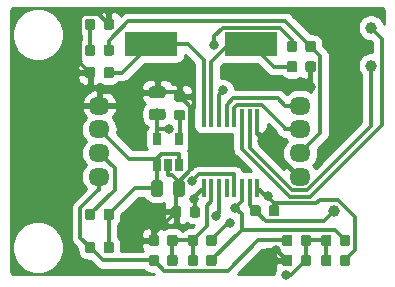
<source format=gtl>
G04 #@! TF.GenerationSoftware,KiCad,Pcbnew,(5.1.2)-1*
G04 #@! TF.CreationDate,2019-10-13T00:02:13+09:00*
G04 #@! TF.ProjectId,IR,49522e6b-6963-4616-945f-706362585858,v1.1*
G04 #@! TF.SameCoordinates,Original*
G04 #@! TF.FileFunction,Copper,L1,Top*
G04 #@! TF.FilePolarity,Positive*
%FSLAX46Y46*%
G04 Gerber Fmt 4.6, Leading zero omitted, Abs format (unit mm)*
G04 Created by KiCad (PCBNEW (5.1.2)-1) date 2019-10-13 00:02:13*
%MOMM*%
%LPD*%
G04 APERTURE LIST*
%ADD10O,1.800000X1.524000*%
%ADD11C,0.050000*%
%ADD12C,0.875000*%
%ADD13C,0.975000*%
%ADD14R,0.650000X1.060000*%
%ADD15R,4.500000X2.000000*%
%ADD16C,1.000000*%
%ADD17R,0.450000X1.500000*%
%ADD18C,0.800000*%
%ADD19C,0.350000*%
%ADD20C,0.254000*%
G04 APERTURE END LIST*
D10*
X185200000Y-114000000D03*
X185200000Y-112000000D03*
X185200000Y-110000000D03*
X185200000Y-108000000D03*
X202200000Y-108000000D03*
X202200000Y-110000000D03*
X202200000Y-112000000D03*
X202200000Y-114000000D03*
D11*
G36*
X193527691Y-116526053D02*
G01*
X193548926Y-116529203D01*
X193569750Y-116534419D01*
X193589962Y-116541651D01*
X193609368Y-116550830D01*
X193627781Y-116561866D01*
X193645024Y-116574654D01*
X193660930Y-116589070D01*
X193675346Y-116604976D01*
X193688134Y-116622219D01*
X193699170Y-116640632D01*
X193708349Y-116660038D01*
X193715581Y-116680250D01*
X193720797Y-116701074D01*
X193723947Y-116722309D01*
X193725000Y-116743750D01*
X193725000Y-117256250D01*
X193723947Y-117277691D01*
X193720797Y-117298926D01*
X193715581Y-117319750D01*
X193708349Y-117339962D01*
X193699170Y-117359368D01*
X193688134Y-117377781D01*
X193675346Y-117395024D01*
X193660930Y-117410930D01*
X193645024Y-117425346D01*
X193627781Y-117438134D01*
X193609368Y-117449170D01*
X193589962Y-117458349D01*
X193569750Y-117465581D01*
X193548926Y-117470797D01*
X193527691Y-117473947D01*
X193506250Y-117475000D01*
X193068750Y-117475000D01*
X193047309Y-117473947D01*
X193026074Y-117470797D01*
X193005250Y-117465581D01*
X192985038Y-117458349D01*
X192965632Y-117449170D01*
X192947219Y-117438134D01*
X192929976Y-117425346D01*
X192914070Y-117410930D01*
X192899654Y-117395024D01*
X192886866Y-117377781D01*
X192875830Y-117359368D01*
X192866651Y-117339962D01*
X192859419Y-117319750D01*
X192854203Y-117298926D01*
X192851053Y-117277691D01*
X192850000Y-117256250D01*
X192850000Y-116743750D01*
X192851053Y-116722309D01*
X192854203Y-116701074D01*
X192859419Y-116680250D01*
X192866651Y-116660038D01*
X192875830Y-116640632D01*
X192886866Y-116622219D01*
X192899654Y-116604976D01*
X192914070Y-116589070D01*
X192929976Y-116574654D01*
X192947219Y-116561866D01*
X192965632Y-116550830D01*
X192985038Y-116541651D01*
X193005250Y-116534419D01*
X193026074Y-116529203D01*
X193047309Y-116526053D01*
X193068750Y-116525000D01*
X193506250Y-116525000D01*
X193527691Y-116526053D01*
X193527691Y-116526053D01*
G37*
D12*
X193287500Y-117000000D03*
D11*
G36*
X191952691Y-116526053D02*
G01*
X191973926Y-116529203D01*
X191994750Y-116534419D01*
X192014962Y-116541651D01*
X192034368Y-116550830D01*
X192052781Y-116561866D01*
X192070024Y-116574654D01*
X192085930Y-116589070D01*
X192100346Y-116604976D01*
X192113134Y-116622219D01*
X192124170Y-116640632D01*
X192133349Y-116660038D01*
X192140581Y-116680250D01*
X192145797Y-116701074D01*
X192148947Y-116722309D01*
X192150000Y-116743750D01*
X192150000Y-117256250D01*
X192148947Y-117277691D01*
X192145797Y-117298926D01*
X192140581Y-117319750D01*
X192133349Y-117339962D01*
X192124170Y-117359368D01*
X192113134Y-117377781D01*
X192100346Y-117395024D01*
X192085930Y-117410930D01*
X192070024Y-117425346D01*
X192052781Y-117438134D01*
X192034368Y-117449170D01*
X192014962Y-117458349D01*
X191994750Y-117465581D01*
X191973926Y-117470797D01*
X191952691Y-117473947D01*
X191931250Y-117475000D01*
X191493750Y-117475000D01*
X191472309Y-117473947D01*
X191451074Y-117470797D01*
X191430250Y-117465581D01*
X191410038Y-117458349D01*
X191390632Y-117449170D01*
X191372219Y-117438134D01*
X191354976Y-117425346D01*
X191339070Y-117410930D01*
X191324654Y-117395024D01*
X191311866Y-117377781D01*
X191300830Y-117359368D01*
X191291651Y-117339962D01*
X191284419Y-117319750D01*
X191279203Y-117298926D01*
X191276053Y-117277691D01*
X191275000Y-117256250D01*
X191275000Y-116743750D01*
X191276053Y-116722309D01*
X191279203Y-116701074D01*
X191284419Y-116680250D01*
X191291651Y-116660038D01*
X191300830Y-116640632D01*
X191311866Y-116622219D01*
X191324654Y-116604976D01*
X191339070Y-116589070D01*
X191354976Y-116574654D01*
X191372219Y-116561866D01*
X191390632Y-116550830D01*
X191410038Y-116541651D01*
X191430250Y-116534419D01*
X191451074Y-116529203D01*
X191472309Y-116526053D01*
X191493750Y-116525000D01*
X191931250Y-116525000D01*
X191952691Y-116526053D01*
X191952691Y-116526053D01*
G37*
D12*
X191712500Y-117000000D03*
D11*
G36*
X192205142Y-114301174D02*
G01*
X192228803Y-114304684D01*
X192252007Y-114310496D01*
X192274529Y-114318554D01*
X192296153Y-114328782D01*
X192316670Y-114341079D01*
X192335883Y-114355329D01*
X192353607Y-114371393D01*
X192369671Y-114389117D01*
X192383921Y-114408330D01*
X192396218Y-114428847D01*
X192406446Y-114450471D01*
X192414504Y-114472993D01*
X192420316Y-114496197D01*
X192423826Y-114519858D01*
X192425000Y-114543750D01*
X192425000Y-115456250D01*
X192423826Y-115480142D01*
X192420316Y-115503803D01*
X192414504Y-115527007D01*
X192406446Y-115549529D01*
X192396218Y-115571153D01*
X192383921Y-115591670D01*
X192369671Y-115610883D01*
X192353607Y-115628607D01*
X192335883Y-115644671D01*
X192316670Y-115658921D01*
X192296153Y-115671218D01*
X192274529Y-115681446D01*
X192252007Y-115689504D01*
X192228803Y-115695316D01*
X192205142Y-115698826D01*
X192181250Y-115700000D01*
X191693750Y-115700000D01*
X191669858Y-115698826D01*
X191646197Y-115695316D01*
X191622993Y-115689504D01*
X191600471Y-115681446D01*
X191578847Y-115671218D01*
X191558330Y-115658921D01*
X191539117Y-115644671D01*
X191521393Y-115628607D01*
X191505329Y-115610883D01*
X191491079Y-115591670D01*
X191478782Y-115571153D01*
X191468554Y-115549529D01*
X191460496Y-115527007D01*
X191454684Y-115503803D01*
X191451174Y-115480142D01*
X191450000Y-115456250D01*
X191450000Y-114543750D01*
X191451174Y-114519858D01*
X191454684Y-114496197D01*
X191460496Y-114472993D01*
X191468554Y-114450471D01*
X191478782Y-114428847D01*
X191491079Y-114408330D01*
X191505329Y-114389117D01*
X191521393Y-114371393D01*
X191539117Y-114355329D01*
X191558330Y-114341079D01*
X191578847Y-114328782D01*
X191600471Y-114318554D01*
X191622993Y-114310496D01*
X191646197Y-114304684D01*
X191669858Y-114301174D01*
X191693750Y-114300000D01*
X192181250Y-114300000D01*
X192205142Y-114301174D01*
X192205142Y-114301174D01*
G37*
D13*
X191937500Y-115000000D03*
D11*
G36*
X190330142Y-114301174D02*
G01*
X190353803Y-114304684D01*
X190377007Y-114310496D01*
X190399529Y-114318554D01*
X190421153Y-114328782D01*
X190441670Y-114341079D01*
X190460883Y-114355329D01*
X190478607Y-114371393D01*
X190494671Y-114389117D01*
X190508921Y-114408330D01*
X190521218Y-114428847D01*
X190531446Y-114450471D01*
X190539504Y-114472993D01*
X190545316Y-114496197D01*
X190548826Y-114519858D01*
X190550000Y-114543750D01*
X190550000Y-115456250D01*
X190548826Y-115480142D01*
X190545316Y-115503803D01*
X190539504Y-115527007D01*
X190531446Y-115549529D01*
X190521218Y-115571153D01*
X190508921Y-115591670D01*
X190494671Y-115610883D01*
X190478607Y-115628607D01*
X190460883Y-115644671D01*
X190441670Y-115658921D01*
X190421153Y-115671218D01*
X190399529Y-115681446D01*
X190377007Y-115689504D01*
X190353803Y-115695316D01*
X190330142Y-115698826D01*
X190306250Y-115700000D01*
X189818750Y-115700000D01*
X189794858Y-115698826D01*
X189771197Y-115695316D01*
X189747993Y-115689504D01*
X189725471Y-115681446D01*
X189703847Y-115671218D01*
X189683330Y-115658921D01*
X189664117Y-115644671D01*
X189646393Y-115628607D01*
X189630329Y-115610883D01*
X189616079Y-115591670D01*
X189603782Y-115571153D01*
X189593554Y-115549529D01*
X189585496Y-115527007D01*
X189579684Y-115503803D01*
X189576174Y-115480142D01*
X189575000Y-115456250D01*
X189575000Y-114543750D01*
X189576174Y-114519858D01*
X189579684Y-114496197D01*
X189585496Y-114472993D01*
X189593554Y-114450471D01*
X189603782Y-114428847D01*
X189616079Y-114408330D01*
X189630329Y-114389117D01*
X189646393Y-114371393D01*
X189664117Y-114355329D01*
X189683330Y-114341079D01*
X189703847Y-114328782D01*
X189725471Y-114318554D01*
X189747993Y-114310496D01*
X189771197Y-114304684D01*
X189794858Y-114301174D01*
X189818750Y-114300000D01*
X190306250Y-114300000D01*
X190330142Y-114301174D01*
X190330142Y-114301174D01*
G37*
D13*
X190062500Y-115000000D03*
D11*
G36*
X192277691Y-106776053D02*
G01*
X192298926Y-106779203D01*
X192319750Y-106784419D01*
X192339962Y-106791651D01*
X192359368Y-106800830D01*
X192377781Y-106811866D01*
X192395024Y-106824654D01*
X192410930Y-106839070D01*
X192425346Y-106854976D01*
X192438134Y-106872219D01*
X192449170Y-106890632D01*
X192458349Y-106910038D01*
X192465581Y-106930250D01*
X192470797Y-106951074D01*
X192473947Y-106972309D01*
X192475000Y-106993750D01*
X192475000Y-107431250D01*
X192473947Y-107452691D01*
X192470797Y-107473926D01*
X192465581Y-107494750D01*
X192458349Y-107514962D01*
X192449170Y-107534368D01*
X192438134Y-107552781D01*
X192425346Y-107570024D01*
X192410930Y-107585930D01*
X192395024Y-107600346D01*
X192377781Y-107613134D01*
X192359368Y-107624170D01*
X192339962Y-107633349D01*
X192319750Y-107640581D01*
X192298926Y-107645797D01*
X192277691Y-107648947D01*
X192256250Y-107650000D01*
X191743750Y-107650000D01*
X191722309Y-107648947D01*
X191701074Y-107645797D01*
X191680250Y-107640581D01*
X191660038Y-107633349D01*
X191640632Y-107624170D01*
X191622219Y-107613134D01*
X191604976Y-107600346D01*
X191589070Y-107585930D01*
X191574654Y-107570024D01*
X191561866Y-107552781D01*
X191550830Y-107534368D01*
X191541651Y-107514962D01*
X191534419Y-107494750D01*
X191529203Y-107473926D01*
X191526053Y-107452691D01*
X191525000Y-107431250D01*
X191525000Y-106993750D01*
X191526053Y-106972309D01*
X191529203Y-106951074D01*
X191534419Y-106930250D01*
X191541651Y-106910038D01*
X191550830Y-106890632D01*
X191561866Y-106872219D01*
X191574654Y-106854976D01*
X191589070Y-106839070D01*
X191604976Y-106824654D01*
X191622219Y-106811866D01*
X191640632Y-106800830D01*
X191660038Y-106791651D01*
X191680250Y-106784419D01*
X191701074Y-106779203D01*
X191722309Y-106776053D01*
X191743750Y-106775000D01*
X192256250Y-106775000D01*
X192277691Y-106776053D01*
X192277691Y-106776053D01*
G37*
D12*
X192000000Y-107212500D03*
D11*
G36*
X192277691Y-108351053D02*
G01*
X192298926Y-108354203D01*
X192319750Y-108359419D01*
X192339962Y-108366651D01*
X192359368Y-108375830D01*
X192377781Y-108386866D01*
X192395024Y-108399654D01*
X192410930Y-108414070D01*
X192425346Y-108429976D01*
X192438134Y-108447219D01*
X192449170Y-108465632D01*
X192458349Y-108485038D01*
X192465581Y-108505250D01*
X192470797Y-108526074D01*
X192473947Y-108547309D01*
X192475000Y-108568750D01*
X192475000Y-109006250D01*
X192473947Y-109027691D01*
X192470797Y-109048926D01*
X192465581Y-109069750D01*
X192458349Y-109089962D01*
X192449170Y-109109368D01*
X192438134Y-109127781D01*
X192425346Y-109145024D01*
X192410930Y-109160930D01*
X192395024Y-109175346D01*
X192377781Y-109188134D01*
X192359368Y-109199170D01*
X192339962Y-109208349D01*
X192319750Y-109215581D01*
X192298926Y-109220797D01*
X192277691Y-109223947D01*
X192256250Y-109225000D01*
X191743750Y-109225000D01*
X191722309Y-109223947D01*
X191701074Y-109220797D01*
X191680250Y-109215581D01*
X191660038Y-109208349D01*
X191640632Y-109199170D01*
X191622219Y-109188134D01*
X191604976Y-109175346D01*
X191589070Y-109160930D01*
X191574654Y-109145024D01*
X191561866Y-109127781D01*
X191550830Y-109109368D01*
X191541651Y-109089962D01*
X191534419Y-109069750D01*
X191529203Y-109048926D01*
X191526053Y-109027691D01*
X191525000Y-109006250D01*
X191525000Y-108568750D01*
X191526053Y-108547309D01*
X191529203Y-108526074D01*
X191534419Y-108505250D01*
X191541651Y-108485038D01*
X191550830Y-108465632D01*
X191561866Y-108447219D01*
X191574654Y-108429976D01*
X191589070Y-108414070D01*
X191604976Y-108399654D01*
X191622219Y-108386866D01*
X191640632Y-108375830D01*
X191660038Y-108366651D01*
X191680250Y-108359419D01*
X191701074Y-108354203D01*
X191722309Y-108351053D01*
X191743750Y-108350000D01*
X192256250Y-108350000D01*
X192277691Y-108351053D01*
X192277691Y-108351053D01*
G37*
D12*
X192000000Y-108787500D03*
D11*
G36*
X190580142Y-108251174D02*
G01*
X190603803Y-108254684D01*
X190627007Y-108260496D01*
X190649529Y-108268554D01*
X190671153Y-108278782D01*
X190691670Y-108291079D01*
X190710883Y-108305329D01*
X190728607Y-108321393D01*
X190744671Y-108339117D01*
X190758921Y-108358330D01*
X190771218Y-108378847D01*
X190781446Y-108400471D01*
X190789504Y-108422993D01*
X190795316Y-108446197D01*
X190798826Y-108469858D01*
X190800000Y-108493750D01*
X190800000Y-108981250D01*
X190798826Y-109005142D01*
X190795316Y-109028803D01*
X190789504Y-109052007D01*
X190781446Y-109074529D01*
X190771218Y-109096153D01*
X190758921Y-109116670D01*
X190744671Y-109135883D01*
X190728607Y-109153607D01*
X190710883Y-109169671D01*
X190691670Y-109183921D01*
X190671153Y-109196218D01*
X190649529Y-109206446D01*
X190627007Y-109214504D01*
X190603803Y-109220316D01*
X190580142Y-109223826D01*
X190556250Y-109225000D01*
X189643750Y-109225000D01*
X189619858Y-109223826D01*
X189596197Y-109220316D01*
X189572993Y-109214504D01*
X189550471Y-109206446D01*
X189528847Y-109196218D01*
X189508330Y-109183921D01*
X189489117Y-109169671D01*
X189471393Y-109153607D01*
X189455329Y-109135883D01*
X189441079Y-109116670D01*
X189428782Y-109096153D01*
X189418554Y-109074529D01*
X189410496Y-109052007D01*
X189404684Y-109028803D01*
X189401174Y-109005142D01*
X189400000Y-108981250D01*
X189400000Y-108493750D01*
X189401174Y-108469858D01*
X189404684Y-108446197D01*
X189410496Y-108422993D01*
X189418554Y-108400471D01*
X189428782Y-108378847D01*
X189441079Y-108358330D01*
X189455329Y-108339117D01*
X189471393Y-108321393D01*
X189489117Y-108305329D01*
X189508330Y-108291079D01*
X189528847Y-108278782D01*
X189550471Y-108268554D01*
X189572993Y-108260496D01*
X189596197Y-108254684D01*
X189619858Y-108251174D01*
X189643750Y-108250000D01*
X190556250Y-108250000D01*
X190580142Y-108251174D01*
X190580142Y-108251174D01*
G37*
D13*
X190100000Y-108737500D03*
D11*
G36*
X190580142Y-106376174D02*
G01*
X190603803Y-106379684D01*
X190627007Y-106385496D01*
X190649529Y-106393554D01*
X190671153Y-106403782D01*
X190691670Y-106416079D01*
X190710883Y-106430329D01*
X190728607Y-106446393D01*
X190744671Y-106464117D01*
X190758921Y-106483330D01*
X190771218Y-106503847D01*
X190781446Y-106525471D01*
X190789504Y-106547993D01*
X190795316Y-106571197D01*
X190798826Y-106594858D01*
X190800000Y-106618750D01*
X190800000Y-107106250D01*
X190798826Y-107130142D01*
X190795316Y-107153803D01*
X190789504Y-107177007D01*
X190781446Y-107199529D01*
X190771218Y-107221153D01*
X190758921Y-107241670D01*
X190744671Y-107260883D01*
X190728607Y-107278607D01*
X190710883Y-107294671D01*
X190691670Y-107308921D01*
X190671153Y-107321218D01*
X190649529Y-107331446D01*
X190627007Y-107339504D01*
X190603803Y-107345316D01*
X190580142Y-107348826D01*
X190556250Y-107350000D01*
X189643750Y-107350000D01*
X189619858Y-107348826D01*
X189596197Y-107345316D01*
X189572993Y-107339504D01*
X189550471Y-107331446D01*
X189528847Y-107321218D01*
X189508330Y-107308921D01*
X189489117Y-107294671D01*
X189471393Y-107278607D01*
X189455329Y-107260883D01*
X189441079Y-107241670D01*
X189428782Y-107221153D01*
X189418554Y-107199529D01*
X189410496Y-107177007D01*
X189404684Y-107153803D01*
X189401174Y-107130142D01*
X189400000Y-107106250D01*
X189400000Y-106618750D01*
X189401174Y-106594858D01*
X189404684Y-106571197D01*
X189410496Y-106547993D01*
X189418554Y-106525471D01*
X189428782Y-106503847D01*
X189441079Y-106483330D01*
X189455329Y-106464117D01*
X189471393Y-106446393D01*
X189489117Y-106430329D01*
X189508330Y-106416079D01*
X189528847Y-106403782D01*
X189550471Y-106393554D01*
X189572993Y-106385496D01*
X189596197Y-106379684D01*
X189619858Y-106376174D01*
X189643750Y-106375000D01*
X190556250Y-106375000D01*
X190580142Y-106376174D01*
X190580142Y-106376174D01*
G37*
D13*
X190100000Y-106862500D03*
D11*
G36*
X203327691Y-104226053D02*
G01*
X203348926Y-104229203D01*
X203369750Y-104234419D01*
X203389962Y-104241651D01*
X203409368Y-104250830D01*
X203427781Y-104261866D01*
X203445024Y-104274654D01*
X203460930Y-104289070D01*
X203475346Y-104304976D01*
X203488134Y-104322219D01*
X203499170Y-104340632D01*
X203508349Y-104360038D01*
X203515581Y-104380250D01*
X203520797Y-104401074D01*
X203523947Y-104422309D01*
X203525000Y-104443750D01*
X203525000Y-104956250D01*
X203523947Y-104977691D01*
X203520797Y-104998926D01*
X203515581Y-105019750D01*
X203508349Y-105039962D01*
X203499170Y-105059368D01*
X203488134Y-105077781D01*
X203475346Y-105095024D01*
X203460930Y-105110930D01*
X203445024Y-105125346D01*
X203427781Y-105138134D01*
X203409368Y-105149170D01*
X203389962Y-105158349D01*
X203369750Y-105165581D01*
X203348926Y-105170797D01*
X203327691Y-105173947D01*
X203306250Y-105175000D01*
X202868750Y-105175000D01*
X202847309Y-105173947D01*
X202826074Y-105170797D01*
X202805250Y-105165581D01*
X202785038Y-105158349D01*
X202765632Y-105149170D01*
X202747219Y-105138134D01*
X202729976Y-105125346D01*
X202714070Y-105110930D01*
X202699654Y-105095024D01*
X202686866Y-105077781D01*
X202675830Y-105059368D01*
X202666651Y-105039962D01*
X202659419Y-105019750D01*
X202654203Y-104998926D01*
X202651053Y-104977691D01*
X202650000Y-104956250D01*
X202650000Y-104443750D01*
X202651053Y-104422309D01*
X202654203Y-104401074D01*
X202659419Y-104380250D01*
X202666651Y-104360038D01*
X202675830Y-104340632D01*
X202686866Y-104322219D01*
X202699654Y-104304976D01*
X202714070Y-104289070D01*
X202729976Y-104274654D01*
X202747219Y-104261866D01*
X202765632Y-104250830D01*
X202785038Y-104241651D01*
X202805250Y-104234419D01*
X202826074Y-104229203D01*
X202847309Y-104226053D01*
X202868750Y-104225000D01*
X203306250Y-104225000D01*
X203327691Y-104226053D01*
X203327691Y-104226053D01*
G37*
D12*
X203087500Y-104700000D03*
D11*
G36*
X201752691Y-104226053D02*
G01*
X201773926Y-104229203D01*
X201794750Y-104234419D01*
X201814962Y-104241651D01*
X201834368Y-104250830D01*
X201852781Y-104261866D01*
X201870024Y-104274654D01*
X201885930Y-104289070D01*
X201900346Y-104304976D01*
X201913134Y-104322219D01*
X201924170Y-104340632D01*
X201933349Y-104360038D01*
X201940581Y-104380250D01*
X201945797Y-104401074D01*
X201948947Y-104422309D01*
X201950000Y-104443750D01*
X201950000Y-104956250D01*
X201948947Y-104977691D01*
X201945797Y-104998926D01*
X201940581Y-105019750D01*
X201933349Y-105039962D01*
X201924170Y-105059368D01*
X201913134Y-105077781D01*
X201900346Y-105095024D01*
X201885930Y-105110930D01*
X201870024Y-105125346D01*
X201852781Y-105138134D01*
X201834368Y-105149170D01*
X201814962Y-105158349D01*
X201794750Y-105165581D01*
X201773926Y-105170797D01*
X201752691Y-105173947D01*
X201731250Y-105175000D01*
X201293750Y-105175000D01*
X201272309Y-105173947D01*
X201251074Y-105170797D01*
X201230250Y-105165581D01*
X201210038Y-105158349D01*
X201190632Y-105149170D01*
X201172219Y-105138134D01*
X201154976Y-105125346D01*
X201139070Y-105110930D01*
X201124654Y-105095024D01*
X201111866Y-105077781D01*
X201100830Y-105059368D01*
X201091651Y-105039962D01*
X201084419Y-105019750D01*
X201079203Y-104998926D01*
X201076053Y-104977691D01*
X201075000Y-104956250D01*
X201075000Y-104443750D01*
X201076053Y-104422309D01*
X201079203Y-104401074D01*
X201084419Y-104380250D01*
X201091651Y-104360038D01*
X201100830Y-104340632D01*
X201111866Y-104322219D01*
X201124654Y-104304976D01*
X201139070Y-104289070D01*
X201154976Y-104274654D01*
X201172219Y-104261866D01*
X201190632Y-104250830D01*
X201210038Y-104241651D01*
X201230250Y-104234419D01*
X201251074Y-104229203D01*
X201272309Y-104226053D01*
X201293750Y-104225000D01*
X201731250Y-104225000D01*
X201752691Y-104226053D01*
X201752691Y-104226053D01*
G37*
D12*
X201512500Y-104700000D03*
D11*
G36*
X186227691Y-104726053D02*
G01*
X186248926Y-104729203D01*
X186269750Y-104734419D01*
X186289962Y-104741651D01*
X186309368Y-104750830D01*
X186327781Y-104761866D01*
X186345024Y-104774654D01*
X186360930Y-104789070D01*
X186375346Y-104804976D01*
X186388134Y-104822219D01*
X186399170Y-104840632D01*
X186408349Y-104860038D01*
X186415581Y-104880250D01*
X186420797Y-104901074D01*
X186423947Y-104922309D01*
X186425000Y-104943750D01*
X186425000Y-105456250D01*
X186423947Y-105477691D01*
X186420797Y-105498926D01*
X186415581Y-105519750D01*
X186408349Y-105539962D01*
X186399170Y-105559368D01*
X186388134Y-105577781D01*
X186375346Y-105595024D01*
X186360930Y-105610930D01*
X186345024Y-105625346D01*
X186327781Y-105638134D01*
X186309368Y-105649170D01*
X186289962Y-105658349D01*
X186269750Y-105665581D01*
X186248926Y-105670797D01*
X186227691Y-105673947D01*
X186206250Y-105675000D01*
X185768750Y-105675000D01*
X185747309Y-105673947D01*
X185726074Y-105670797D01*
X185705250Y-105665581D01*
X185685038Y-105658349D01*
X185665632Y-105649170D01*
X185647219Y-105638134D01*
X185629976Y-105625346D01*
X185614070Y-105610930D01*
X185599654Y-105595024D01*
X185586866Y-105577781D01*
X185575830Y-105559368D01*
X185566651Y-105539962D01*
X185559419Y-105519750D01*
X185554203Y-105498926D01*
X185551053Y-105477691D01*
X185550000Y-105456250D01*
X185550000Y-104943750D01*
X185551053Y-104922309D01*
X185554203Y-104901074D01*
X185559419Y-104880250D01*
X185566651Y-104860038D01*
X185575830Y-104840632D01*
X185586866Y-104822219D01*
X185599654Y-104804976D01*
X185614070Y-104789070D01*
X185629976Y-104774654D01*
X185647219Y-104761866D01*
X185665632Y-104750830D01*
X185685038Y-104741651D01*
X185705250Y-104734419D01*
X185726074Y-104729203D01*
X185747309Y-104726053D01*
X185768750Y-104725000D01*
X186206250Y-104725000D01*
X186227691Y-104726053D01*
X186227691Y-104726053D01*
G37*
D12*
X185987500Y-105200000D03*
D11*
G36*
X184652691Y-104726053D02*
G01*
X184673926Y-104729203D01*
X184694750Y-104734419D01*
X184714962Y-104741651D01*
X184734368Y-104750830D01*
X184752781Y-104761866D01*
X184770024Y-104774654D01*
X184785930Y-104789070D01*
X184800346Y-104804976D01*
X184813134Y-104822219D01*
X184824170Y-104840632D01*
X184833349Y-104860038D01*
X184840581Y-104880250D01*
X184845797Y-104901074D01*
X184848947Y-104922309D01*
X184850000Y-104943750D01*
X184850000Y-105456250D01*
X184848947Y-105477691D01*
X184845797Y-105498926D01*
X184840581Y-105519750D01*
X184833349Y-105539962D01*
X184824170Y-105559368D01*
X184813134Y-105577781D01*
X184800346Y-105595024D01*
X184785930Y-105610930D01*
X184770024Y-105625346D01*
X184752781Y-105638134D01*
X184734368Y-105649170D01*
X184714962Y-105658349D01*
X184694750Y-105665581D01*
X184673926Y-105670797D01*
X184652691Y-105673947D01*
X184631250Y-105675000D01*
X184193750Y-105675000D01*
X184172309Y-105673947D01*
X184151074Y-105670797D01*
X184130250Y-105665581D01*
X184110038Y-105658349D01*
X184090632Y-105649170D01*
X184072219Y-105638134D01*
X184054976Y-105625346D01*
X184039070Y-105610930D01*
X184024654Y-105595024D01*
X184011866Y-105577781D01*
X184000830Y-105559368D01*
X183991651Y-105539962D01*
X183984419Y-105519750D01*
X183979203Y-105498926D01*
X183976053Y-105477691D01*
X183975000Y-105456250D01*
X183975000Y-104943750D01*
X183976053Y-104922309D01*
X183979203Y-104901074D01*
X183984419Y-104880250D01*
X183991651Y-104860038D01*
X184000830Y-104840632D01*
X184011866Y-104822219D01*
X184024654Y-104804976D01*
X184039070Y-104789070D01*
X184054976Y-104774654D01*
X184072219Y-104761866D01*
X184090632Y-104750830D01*
X184110038Y-104741651D01*
X184130250Y-104734419D01*
X184151074Y-104729203D01*
X184172309Y-104726053D01*
X184193750Y-104725000D01*
X184631250Y-104725000D01*
X184652691Y-104726053D01*
X184652691Y-104726053D01*
G37*
D12*
X184412500Y-105200000D03*
D11*
G36*
X184652691Y-102826053D02*
G01*
X184673926Y-102829203D01*
X184694750Y-102834419D01*
X184714962Y-102841651D01*
X184734368Y-102850830D01*
X184752781Y-102861866D01*
X184770024Y-102874654D01*
X184785930Y-102889070D01*
X184800346Y-102904976D01*
X184813134Y-102922219D01*
X184824170Y-102940632D01*
X184833349Y-102960038D01*
X184840581Y-102980250D01*
X184845797Y-103001074D01*
X184848947Y-103022309D01*
X184850000Y-103043750D01*
X184850000Y-103556250D01*
X184848947Y-103577691D01*
X184845797Y-103598926D01*
X184840581Y-103619750D01*
X184833349Y-103639962D01*
X184824170Y-103659368D01*
X184813134Y-103677781D01*
X184800346Y-103695024D01*
X184785930Y-103710930D01*
X184770024Y-103725346D01*
X184752781Y-103738134D01*
X184734368Y-103749170D01*
X184714962Y-103758349D01*
X184694750Y-103765581D01*
X184673926Y-103770797D01*
X184652691Y-103773947D01*
X184631250Y-103775000D01*
X184193750Y-103775000D01*
X184172309Y-103773947D01*
X184151074Y-103770797D01*
X184130250Y-103765581D01*
X184110038Y-103758349D01*
X184090632Y-103749170D01*
X184072219Y-103738134D01*
X184054976Y-103725346D01*
X184039070Y-103710930D01*
X184024654Y-103695024D01*
X184011866Y-103677781D01*
X184000830Y-103659368D01*
X183991651Y-103639962D01*
X183984419Y-103619750D01*
X183979203Y-103598926D01*
X183976053Y-103577691D01*
X183975000Y-103556250D01*
X183975000Y-103043750D01*
X183976053Y-103022309D01*
X183979203Y-103001074D01*
X183984419Y-102980250D01*
X183991651Y-102960038D01*
X184000830Y-102940632D01*
X184011866Y-102922219D01*
X184024654Y-102904976D01*
X184039070Y-102889070D01*
X184054976Y-102874654D01*
X184072219Y-102861866D01*
X184090632Y-102850830D01*
X184110038Y-102841651D01*
X184130250Y-102834419D01*
X184151074Y-102829203D01*
X184172309Y-102826053D01*
X184193750Y-102825000D01*
X184631250Y-102825000D01*
X184652691Y-102826053D01*
X184652691Y-102826053D01*
G37*
D12*
X184412500Y-103300000D03*
D11*
G36*
X186227691Y-102826053D02*
G01*
X186248926Y-102829203D01*
X186269750Y-102834419D01*
X186289962Y-102841651D01*
X186309368Y-102850830D01*
X186327781Y-102861866D01*
X186345024Y-102874654D01*
X186360930Y-102889070D01*
X186375346Y-102904976D01*
X186388134Y-102922219D01*
X186399170Y-102940632D01*
X186408349Y-102960038D01*
X186415581Y-102980250D01*
X186420797Y-103001074D01*
X186423947Y-103022309D01*
X186425000Y-103043750D01*
X186425000Y-103556250D01*
X186423947Y-103577691D01*
X186420797Y-103598926D01*
X186415581Y-103619750D01*
X186408349Y-103639962D01*
X186399170Y-103659368D01*
X186388134Y-103677781D01*
X186375346Y-103695024D01*
X186360930Y-103710930D01*
X186345024Y-103725346D01*
X186327781Y-103738134D01*
X186309368Y-103749170D01*
X186289962Y-103758349D01*
X186269750Y-103765581D01*
X186248926Y-103770797D01*
X186227691Y-103773947D01*
X186206250Y-103775000D01*
X185768750Y-103775000D01*
X185747309Y-103773947D01*
X185726074Y-103770797D01*
X185705250Y-103765581D01*
X185685038Y-103758349D01*
X185665632Y-103749170D01*
X185647219Y-103738134D01*
X185629976Y-103725346D01*
X185614070Y-103710930D01*
X185599654Y-103695024D01*
X185586866Y-103677781D01*
X185575830Y-103659368D01*
X185566651Y-103639962D01*
X185559419Y-103619750D01*
X185554203Y-103598926D01*
X185551053Y-103577691D01*
X185550000Y-103556250D01*
X185550000Y-103043750D01*
X185551053Y-103022309D01*
X185554203Y-103001074D01*
X185559419Y-102980250D01*
X185566651Y-102960038D01*
X185575830Y-102940632D01*
X185586866Y-102922219D01*
X185599654Y-102904976D01*
X185614070Y-102889070D01*
X185629976Y-102874654D01*
X185647219Y-102861866D01*
X185665632Y-102850830D01*
X185685038Y-102841651D01*
X185705250Y-102834419D01*
X185726074Y-102829203D01*
X185747309Y-102826053D01*
X185768750Y-102825000D01*
X186206250Y-102825000D01*
X186227691Y-102826053D01*
X186227691Y-102826053D01*
G37*
D12*
X185987500Y-103300000D03*
D11*
G36*
X193352691Y-120626053D02*
G01*
X193373926Y-120629203D01*
X193394750Y-120634419D01*
X193414962Y-120641651D01*
X193434368Y-120650830D01*
X193452781Y-120661866D01*
X193470024Y-120674654D01*
X193485930Y-120689070D01*
X193500346Y-120704976D01*
X193513134Y-120722219D01*
X193524170Y-120740632D01*
X193533349Y-120760038D01*
X193540581Y-120780250D01*
X193545797Y-120801074D01*
X193548947Y-120822309D01*
X193550000Y-120843750D01*
X193550000Y-121356250D01*
X193548947Y-121377691D01*
X193545797Y-121398926D01*
X193540581Y-121419750D01*
X193533349Y-121439962D01*
X193524170Y-121459368D01*
X193513134Y-121477781D01*
X193500346Y-121495024D01*
X193485930Y-121510930D01*
X193470024Y-121525346D01*
X193452781Y-121538134D01*
X193434368Y-121549170D01*
X193414962Y-121558349D01*
X193394750Y-121565581D01*
X193373926Y-121570797D01*
X193352691Y-121573947D01*
X193331250Y-121575000D01*
X192893750Y-121575000D01*
X192872309Y-121573947D01*
X192851074Y-121570797D01*
X192830250Y-121565581D01*
X192810038Y-121558349D01*
X192790632Y-121549170D01*
X192772219Y-121538134D01*
X192754976Y-121525346D01*
X192739070Y-121510930D01*
X192724654Y-121495024D01*
X192711866Y-121477781D01*
X192700830Y-121459368D01*
X192691651Y-121439962D01*
X192684419Y-121419750D01*
X192679203Y-121398926D01*
X192676053Y-121377691D01*
X192675000Y-121356250D01*
X192675000Y-120843750D01*
X192676053Y-120822309D01*
X192679203Y-120801074D01*
X192684419Y-120780250D01*
X192691651Y-120760038D01*
X192700830Y-120740632D01*
X192711866Y-120722219D01*
X192724654Y-120704976D01*
X192739070Y-120689070D01*
X192754976Y-120674654D01*
X192772219Y-120661866D01*
X192790632Y-120650830D01*
X192810038Y-120641651D01*
X192830250Y-120634419D01*
X192851074Y-120629203D01*
X192872309Y-120626053D01*
X192893750Y-120625000D01*
X193331250Y-120625000D01*
X193352691Y-120626053D01*
X193352691Y-120626053D01*
G37*
D12*
X193112500Y-121100000D03*
D11*
G36*
X194927691Y-120626053D02*
G01*
X194948926Y-120629203D01*
X194969750Y-120634419D01*
X194989962Y-120641651D01*
X195009368Y-120650830D01*
X195027781Y-120661866D01*
X195045024Y-120674654D01*
X195060930Y-120689070D01*
X195075346Y-120704976D01*
X195088134Y-120722219D01*
X195099170Y-120740632D01*
X195108349Y-120760038D01*
X195115581Y-120780250D01*
X195120797Y-120801074D01*
X195123947Y-120822309D01*
X195125000Y-120843750D01*
X195125000Y-121356250D01*
X195123947Y-121377691D01*
X195120797Y-121398926D01*
X195115581Y-121419750D01*
X195108349Y-121439962D01*
X195099170Y-121459368D01*
X195088134Y-121477781D01*
X195075346Y-121495024D01*
X195060930Y-121510930D01*
X195045024Y-121525346D01*
X195027781Y-121538134D01*
X195009368Y-121549170D01*
X194989962Y-121558349D01*
X194969750Y-121565581D01*
X194948926Y-121570797D01*
X194927691Y-121573947D01*
X194906250Y-121575000D01*
X194468750Y-121575000D01*
X194447309Y-121573947D01*
X194426074Y-121570797D01*
X194405250Y-121565581D01*
X194385038Y-121558349D01*
X194365632Y-121549170D01*
X194347219Y-121538134D01*
X194329976Y-121525346D01*
X194314070Y-121510930D01*
X194299654Y-121495024D01*
X194286866Y-121477781D01*
X194275830Y-121459368D01*
X194266651Y-121439962D01*
X194259419Y-121419750D01*
X194254203Y-121398926D01*
X194251053Y-121377691D01*
X194250000Y-121356250D01*
X194250000Y-120843750D01*
X194251053Y-120822309D01*
X194254203Y-120801074D01*
X194259419Y-120780250D01*
X194266651Y-120760038D01*
X194275830Y-120740632D01*
X194286866Y-120722219D01*
X194299654Y-120704976D01*
X194314070Y-120689070D01*
X194329976Y-120674654D01*
X194347219Y-120661866D01*
X194365632Y-120650830D01*
X194385038Y-120641651D01*
X194405250Y-120634419D01*
X194426074Y-120629203D01*
X194447309Y-120626053D01*
X194468750Y-120625000D01*
X194906250Y-120625000D01*
X194927691Y-120626053D01*
X194927691Y-120626053D01*
G37*
D12*
X194687500Y-121100000D03*
D11*
G36*
X191627691Y-120626053D02*
G01*
X191648926Y-120629203D01*
X191669750Y-120634419D01*
X191689962Y-120641651D01*
X191709368Y-120650830D01*
X191727781Y-120661866D01*
X191745024Y-120674654D01*
X191760930Y-120689070D01*
X191775346Y-120704976D01*
X191788134Y-120722219D01*
X191799170Y-120740632D01*
X191808349Y-120760038D01*
X191815581Y-120780250D01*
X191820797Y-120801074D01*
X191823947Y-120822309D01*
X191825000Y-120843750D01*
X191825000Y-121356250D01*
X191823947Y-121377691D01*
X191820797Y-121398926D01*
X191815581Y-121419750D01*
X191808349Y-121439962D01*
X191799170Y-121459368D01*
X191788134Y-121477781D01*
X191775346Y-121495024D01*
X191760930Y-121510930D01*
X191745024Y-121525346D01*
X191727781Y-121538134D01*
X191709368Y-121549170D01*
X191689962Y-121558349D01*
X191669750Y-121565581D01*
X191648926Y-121570797D01*
X191627691Y-121573947D01*
X191606250Y-121575000D01*
X191168750Y-121575000D01*
X191147309Y-121573947D01*
X191126074Y-121570797D01*
X191105250Y-121565581D01*
X191085038Y-121558349D01*
X191065632Y-121549170D01*
X191047219Y-121538134D01*
X191029976Y-121525346D01*
X191014070Y-121510930D01*
X190999654Y-121495024D01*
X190986866Y-121477781D01*
X190975830Y-121459368D01*
X190966651Y-121439962D01*
X190959419Y-121419750D01*
X190954203Y-121398926D01*
X190951053Y-121377691D01*
X190950000Y-121356250D01*
X190950000Y-120843750D01*
X190951053Y-120822309D01*
X190954203Y-120801074D01*
X190959419Y-120780250D01*
X190966651Y-120760038D01*
X190975830Y-120740632D01*
X190986866Y-120722219D01*
X190999654Y-120704976D01*
X191014070Y-120689070D01*
X191029976Y-120674654D01*
X191047219Y-120661866D01*
X191065632Y-120650830D01*
X191085038Y-120641651D01*
X191105250Y-120634419D01*
X191126074Y-120629203D01*
X191147309Y-120626053D01*
X191168750Y-120625000D01*
X191606250Y-120625000D01*
X191627691Y-120626053D01*
X191627691Y-120626053D01*
G37*
D12*
X191387500Y-121100000D03*
D11*
G36*
X190052691Y-120626053D02*
G01*
X190073926Y-120629203D01*
X190094750Y-120634419D01*
X190114962Y-120641651D01*
X190134368Y-120650830D01*
X190152781Y-120661866D01*
X190170024Y-120674654D01*
X190185930Y-120689070D01*
X190200346Y-120704976D01*
X190213134Y-120722219D01*
X190224170Y-120740632D01*
X190233349Y-120760038D01*
X190240581Y-120780250D01*
X190245797Y-120801074D01*
X190248947Y-120822309D01*
X190250000Y-120843750D01*
X190250000Y-121356250D01*
X190248947Y-121377691D01*
X190245797Y-121398926D01*
X190240581Y-121419750D01*
X190233349Y-121439962D01*
X190224170Y-121459368D01*
X190213134Y-121477781D01*
X190200346Y-121495024D01*
X190185930Y-121510930D01*
X190170024Y-121525346D01*
X190152781Y-121538134D01*
X190134368Y-121549170D01*
X190114962Y-121558349D01*
X190094750Y-121565581D01*
X190073926Y-121570797D01*
X190052691Y-121573947D01*
X190031250Y-121575000D01*
X189593750Y-121575000D01*
X189572309Y-121573947D01*
X189551074Y-121570797D01*
X189530250Y-121565581D01*
X189510038Y-121558349D01*
X189490632Y-121549170D01*
X189472219Y-121538134D01*
X189454976Y-121525346D01*
X189439070Y-121510930D01*
X189424654Y-121495024D01*
X189411866Y-121477781D01*
X189400830Y-121459368D01*
X189391651Y-121439962D01*
X189384419Y-121419750D01*
X189379203Y-121398926D01*
X189376053Y-121377691D01*
X189375000Y-121356250D01*
X189375000Y-120843750D01*
X189376053Y-120822309D01*
X189379203Y-120801074D01*
X189384419Y-120780250D01*
X189391651Y-120760038D01*
X189400830Y-120740632D01*
X189411866Y-120722219D01*
X189424654Y-120704976D01*
X189439070Y-120689070D01*
X189454976Y-120674654D01*
X189472219Y-120661866D01*
X189490632Y-120650830D01*
X189510038Y-120641651D01*
X189530250Y-120634419D01*
X189551074Y-120629203D01*
X189572309Y-120626053D01*
X189593750Y-120625000D01*
X190031250Y-120625000D01*
X190052691Y-120626053D01*
X190052691Y-120626053D01*
G37*
D12*
X189812500Y-121100000D03*
D11*
G36*
X206227691Y-118926053D02*
G01*
X206248926Y-118929203D01*
X206269750Y-118934419D01*
X206289962Y-118941651D01*
X206309368Y-118950830D01*
X206327781Y-118961866D01*
X206345024Y-118974654D01*
X206360930Y-118989070D01*
X206375346Y-119004976D01*
X206388134Y-119022219D01*
X206399170Y-119040632D01*
X206408349Y-119060038D01*
X206415581Y-119080250D01*
X206420797Y-119101074D01*
X206423947Y-119122309D01*
X206425000Y-119143750D01*
X206425000Y-119656250D01*
X206423947Y-119677691D01*
X206420797Y-119698926D01*
X206415581Y-119719750D01*
X206408349Y-119739962D01*
X206399170Y-119759368D01*
X206388134Y-119777781D01*
X206375346Y-119795024D01*
X206360930Y-119810930D01*
X206345024Y-119825346D01*
X206327781Y-119838134D01*
X206309368Y-119849170D01*
X206289962Y-119858349D01*
X206269750Y-119865581D01*
X206248926Y-119870797D01*
X206227691Y-119873947D01*
X206206250Y-119875000D01*
X205768750Y-119875000D01*
X205747309Y-119873947D01*
X205726074Y-119870797D01*
X205705250Y-119865581D01*
X205685038Y-119858349D01*
X205665632Y-119849170D01*
X205647219Y-119838134D01*
X205629976Y-119825346D01*
X205614070Y-119810930D01*
X205599654Y-119795024D01*
X205586866Y-119777781D01*
X205575830Y-119759368D01*
X205566651Y-119739962D01*
X205559419Y-119719750D01*
X205554203Y-119698926D01*
X205551053Y-119677691D01*
X205550000Y-119656250D01*
X205550000Y-119143750D01*
X205551053Y-119122309D01*
X205554203Y-119101074D01*
X205559419Y-119080250D01*
X205566651Y-119060038D01*
X205575830Y-119040632D01*
X205586866Y-119022219D01*
X205599654Y-119004976D01*
X205614070Y-118989070D01*
X205629976Y-118974654D01*
X205647219Y-118961866D01*
X205665632Y-118950830D01*
X205685038Y-118941651D01*
X205705250Y-118934419D01*
X205726074Y-118929203D01*
X205747309Y-118926053D01*
X205768750Y-118925000D01*
X206206250Y-118925000D01*
X206227691Y-118926053D01*
X206227691Y-118926053D01*
G37*
D12*
X205987500Y-119400000D03*
D11*
G36*
X204652691Y-118926053D02*
G01*
X204673926Y-118929203D01*
X204694750Y-118934419D01*
X204714962Y-118941651D01*
X204734368Y-118950830D01*
X204752781Y-118961866D01*
X204770024Y-118974654D01*
X204785930Y-118989070D01*
X204800346Y-119004976D01*
X204813134Y-119022219D01*
X204824170Y-119040632D01*
X204833349Y-119060038D01*
X204840581Y-119080250D01*
X204845797Y-119101074D01*
X204848947Y-119122309D01*
X204850000Y-119143750D01*
X204850000Y-119656250D01*
X204848947Y-119677691D01*
X204845797Y-119698926D01*
X204840581Y-119719750D01*
X204833349Y-119739962D01*
X204824170Y-119759368D01*
X204813134Y-119777781D01*
X204800346Y-119795024D01*
X204785930Y-119810930D01*
X204770024Y-119825346D01*
X204752781Y-119838134D01*
X204734368Y-119849170D01*
X204714962Y-119858349D01*
X204694750Y-119865581D01*
X204673926Y-119870797D01*
X204652691Y-119873947D01*
X204631250Y-119875000D01*
X204193750Y-119875000D01*
X204172309Y-119873947D01*
X204151074Y-119870797D01*
X204130250Y-119865581D01*
X204110038Y-119858349D01*
X204090632Y-119849170D01*
X204072219Y-119838134D01*
X204054976Y-119825346D01*
X204039070Y-119810930D01*
X204024654Y-119795024D01*
X204011866Y-119777781D01*
X204000830Y-119759368D01*
X203991651Y-119739962D01*
X203984419Y-119719750D01*
X203979203Y-119698926D01*
X203976053Y-119677691D01*
X203975000Y-119656250D01*
X203975000Y-119143750D01*
X203976053Y-119122309D01*
X203979203Y-119101074D01*
X203984419Y-119080250D01*
X203991651Y-119060038D01*
X204000830Y-119040632D01*
X204011866Y-119022219D01*
X204024654Y-119004976D01*
X204039070Y-118989070D01*
X204054976Y-118974654D01*
X204072219Y-118961866D01*
X204090632Y-118950830D01*
X204110038Y-118941651D01*
X204130250Y-118934419D01*
X204151074Y-118929203D01*
X204172309Y-118926053D01*
X204193750Y-118925000D01*
X204631250Y-118925000D01*
X204652691Y-118926053D01*
X204652691Y-118926053D01*
G37*
D12*
X204412500Y-119400000D03*
D11*
G36*
X201352691Y-118926053D02*
G01*
X201373926Y-118929203D01*
X201394750Y-118934419D01*
X201414962Y-118941651D01*
X201434368Y-118950830D01*
X201452781Y-118961866D01*
X201470024Y-118974654D01*
X201485930Y-118989070D01*
X201500346Y-119004976D01*
X201513134Y-119022219D01*
X201524170Y-119040632D01*
X201533349Y-119060038D01*
X201540581Y-119080250D01*
X201545797Y-119101074D01*
X201548947Y-119122309D01*
X201550000Y-119143750D01*
X201550000Y-119656250D01*
X201548947Y-119677691D01*
X201545797Y-119698926D01*
X201540581Y-119719750D01*
X201533349Y-119739962D01*
X201524170Y-119759368D01*
X201513134Y-119777781D01*
X201500346Y-119795024D01*
X201485930Y-119810930D01*
X201470024Y-119825346D01*
X201452781Y-119838134D01*
X201434368Y-119849170D01*
X201414962Y-119858349D01*
X201394750Y-119865581D01*
X201373926Y-119870797D01*
X201352691Y-119873947D01*
X201331250Y-119875000D01*
X200893750Y-119875000D01*
X200872309Y-119873947D01*
X200851074Y-119870797D01*
X200830250Y-119865581D01*
X200810038Y-119858349D01*
X200790632Y-119849170D01*
X200772219Y-119838134D01*
X200754976Y-119825346D01*
X200739070Y-119810930D01*
X200724654Y-119795024D01*
X200711866Y-119777781D01*
X200700830Y-119759368D01*
X200691651Y-119739962D01*
X200684419Y-119719750D01*
X200679203Y-119698926D01*
X200676053Y-119677691D01*
X200675000Y-119656250D01*
X200675000Y-119143750D01*
X200676053Y-119122309D01*
X200679203Y-119101074D01*
X200684419Y-119080250D01*
X200691651Y-119060038D01*
X200700830Y-119040632D01*
X200711866Y-119022219D01*
X200724654Y-119004976D01*
X200739070Y-118989070D01*
X200754976Y-118974654D01*
X200772219Y-118961866D01*
X200790632Y-118950830D01*
X200810038Y-118941651D01*
X200830250Y-118934419D01*
X200851074Y-118929203D01*
X200872309Y-118926053D01*
X200893750Y-118925000D01*
X201331250Y-118925000D01*
X201352691Y-118926053D01*
X201352691Y-118926053D01*
G37*
D12*
X201112500Y-119400000D03*
D11*
G36*
X202927691Y-118926053D02*
G01*
X202948926Y-118929203D01*
X202969750Y-118934419D01*
X202989962Y-118941651D01*
X203009368Y-118950830D01*
X203027781Y-118961866D01*
X203045024Y-118974654D01*
X203060930Y-118989070D01*
X203075346Y-119004976D01*
X203088134Y-119022219D01*
X203099170Y-119040632D01*
X203108349Y-119060038D01*
X203115581Y-119080250D01*
X203120797Y-119101074D01*
X203123947Y-119122309D01*
X203125000Y-119143750D01*
X203125000Y-119656250D01*
X203123947Y-119677691D01*
X203120797Y-119698926D01*
X203115581Y-119719750D01*
X203108349Y-119739962D01*
X203099170Y-119759368D01*
X203088134Y-119777781D01*
X203075346Y-119795024D01*
X203060930Y-119810930D01*
X203045024Y-119825346D01*
X203027781Y-119838134D01*
X203009368Y-119849170D01*
X202989962Y-119858349D01*
X202969750Y-119865581D01*
X202948926Y-119870797D01*
X202927691Y-119873947D01*
X202906250Y-119875000D01*
X202468750Y-119875000D01*
X202447309Y-119873947D01*
X202426074Y-119870797D01*
X202405250Y-119865581D01*
X202385038Y-119858349D01*
X202365632Y-119849170D01*
X202347219Y-119838134D01*
X202329976Y-119825346D01*
X202314070Y-119810930D01*
X202299654Y-119795024D01*
X202286866Y-119777781D01*
X202275830Y-119759368D01*
X202266651Y-119739962D01*
X202259419Y-119719750D01*
X202254203Y-119698926D01*
X202251053Y-119677691D01*
X202250000Y-119656250D01*
X202250000Y-119143750D01*
X202251053Y-119122309D01*
X202254203Y-119101074D01*
X202259419Y-119080250D01*
X202266651Y-119060038D01*
X202275830Y-119040632D01*
X202286866Y-119022219D01*
X202299654Y-119004976D01*
X202314070Y-118989070D01*
X202329976Y-118974654D01*
X202347219Y-118961866D01*
X202365632Y-118950830D01*
X202385038Y-118941651D01*
X202405250Y-118934419D01*
X202426074Y-118929203D01*
X202447309Y-118926053D01*
X202468750Y-118925000D01*
X202906250Y-118925000D01*
X202927691Y-118926053D01*
X202927691Y-118926053D01*
G37*
D12*
X202687500Y-119400000D03*
D11*
G36*
X186227691Y-116726053D02*
G01*
X186248926Y-116729203D01*
X186269750Y-116734419D01*
X186289962Y-116741651D01*
X186309368Y-116750830D01*
X186327781Y-116761866D01*
X186345024Y-116774654D01*
X186360930Y-116789070D01*
X186375346Y-116804976D01*
X186388134Y-116822219D01*
X186399170Y-116840632D01*
X186408349Y-116860038D01*
X186415581Y-116880250D01*
X186420797Y-116901074D01*
X186423947Y-116922309D01*
X186425000Y-116943750D01*
X186425000Y-117456250D01*
X186423947Y-117477691D01*
X186420797Y-117498926D01*
X186415581Y-117519750D01*
X186408349Y-117539962D01*
X186399170Y-117559368D01*
X186388134Y-117577781D01*
X186375346Y-117595024D01*
X186360930Y-117610930D01*
X186345024Y-117625346D01*
X186327781Y-117638134D01*
X186309368Y-117649170D01*
X186289962Y-117658349D01*
X186269750Y-117665581D01*
X186248926Y-117670797D01*
X186227691Y-117673947D01*
X186206250Y-117675000D01*
X185768750Y-117675000D01*
X185747309Y-117673947D01*
X185726074Y-117670797D01*
X185705250Y-117665581D01*
X185685038Y-117658349D01*
X185665632Y-117649170D01*
X185647219Y-117638134D01*
X185629976Y-117625346D01*
X185614070Y-117610930D01*
X185599654Y-117595024D01*
X185586866Y-117577781D01*
X185575830Y-117559368D01*
X185566651Y-117539962D01*
X185559419Y-117519750D01*
X185554203Y-117498926D01*
X185551053Y-117477691D01*
X185550000Y-117456250D01*
X185550000Y-116943750D01*
X185551053Y-116922309D01*
X185554203Y-116901074D01*
X185559419Y-116880250D01*
X185566651Y-116860038D01*
X185575830Y-116840632D01*
X185586866Y-116822219D01*
X185599654Y-116804976D01*
X185614070Y-116789070D01*
X185629976Y-116774654D01*
X185647219Y-116761866D01*
X185665632Y-116750830D01*
X185685038Y-116741651D01*
X185705250Y-116734419D01*
X185726074Y-116729203D01*
X185747309Y-116726053D01*
X185768750Y-116725000D01*
X186206250Y-116725000D01*
X186227691Y-116726053D01*
X186227691Y-116726053D01*
G37*
D12*
X185987500Y-117200000D03*
D11*
G36*
X184652691Y-116726053D02*
G01*
X184673926Y-116729203D01*
X184694750Y-116734419D01*
X184714962Y-116741651D01*
X184734368Y-116750830D01*
X184752781Y-116761866D01*
X184770024Y-116774654D01*
X184785930Y-116789070D01*
X184800346Y-116804976D01*
X184813134Y-116822219D01*
X184824170Y-116840632D01*
X184833349Y-116860038D01*
X184840581Y-116880250D01*
X184845797Y-116901074D01*
X184848947Y-116922309D01*
X184850000Y-116943750D01*
X184850000Y-117456250D01*
X184848947Y-117477691D01*
X184845797Y-117498926D01*
X184840581Y-117519750D01*
X184833349Y-117539962D01*
X184824170Y-117559368D01*
X184813134Y-117577781D01*
X184800346Y-117595024D01*
X184785930Y-117610930D01*
X184770024Y-117625346D01*
X184752781Y-117638134D01*
X184734368Y-117649170D01*
X184714962Y-117658349D01*
X184694750Y-117665581D01*
X184673926Y-117670797D01*
X184652691Y-117673947D01*
X184631250Y-117675000D01*
X184193750Y-117675000D01*
X184172309Y-117673947D01*
X184151074Y-117670797D01*
X184130250Y-117665581D01*
X184110038Y-117658349D01*
X184090632Y-117649170D01*
X184072219Y-117638134D01*
X184054976Y-117625346D01*
X184039070Y-117610930D01*
X184024654Y-117595024D01*
X184011866Y-117577781D01*
X184000830Y-117559368D01*
X183991651Y-117539962D01*
X183984419Y-117519750D01*
X183979203Y-117498926D01*
X183976053Y-117477691D01*
X183975000Y-117456250D01*
X183975000Y-116943750D01*
X183976053Y-116922309D01*
X183979203Y-116901074D01*
X183984419Y-116880250D01*
X183991651Y-116860038D01*
X184000830Y-116840632D01*
X184011866Y-116822219D01*
X184024654Y-116804976D01*
X184039070Y-116789070D01*
X184054976Y-116774654D01*
X184072219Y-116761866D01*
X184090632Y-116750830D01*
X184110038Y-116741651D01*
X184130250Y-116734419D01*
X184151074Y-116729203D01*
X184172309Y-116726053D01*
X184193750Y-116725000D01*
X184631250Y-116725000D01*
X184652691Y-116726053D01*
X184652691Y-116726053D01*
G37*
D12*
X184412500Y-117200000D03*
D11*
G36*
X193352691Y-118926053D02*
G01*
X193373926Y-118929203D01*
X193394750Y-118934419D01*
X193414962Y-118941651D01*
X193434368Y-118950830D01*
X193452781Y-118961866D01*
X193470024Y-118974654D01*
X193485930Y-118989070D01*
X193500346Y-119004976D01*
X193513134Y-119022219D01*
X193524170Y-119040632D01*
X193533349Y-119060038D01*
X193540581Y-119080250D01*
X193545797Y-119101074D01*
X193548947Y-119122309D01*
X193550000Y-119143750D01*
X193550000Y-119656250D01*
X193548947Y-119677691D01*
X193545797Y-119698926D01*
X193540581Y-119719750D01*
X193533349Y-119739962D01*
X193524170Y-119759368D01*
X193513134Y-119777781D01*
X193500346Y-119795024D01*
X193485930Y-119810930D01*
X193470024Y-119825346D01*
X193452781Y-119838134D01*
X193434368Y-119849170D01*
X193414962Y-119858349D01*
X193394750Y-119865581D01*
X193373926Y-119870797D01*
X193352691Y-119873947D01*
X193331250Y-119875000D01*
X192893750Y-119875000D01*
X192872309Y-119873947D01*
X192851074Y-119870797D01*
X192830250Y-119865581D01*
X192810038Y-119858349D01*
X192790632Y-119849170D01*
X192772219Y-119838134D01*
X192754976Y-119825346D01*
X192739070Y-119810930D01*
X192724654Y-119795024D01*
X192711866Y-119777781D01*
X192700830Y-119759368D01*
X192691651Y-119739962D01*
X192684419Y-119719750D01*
X192679203Y-119698926D01*
X192676053Y-119677691D01*
X192675000Y-119656250D01*
X192675000Y-119143750D01*
X192676053Y-119122309D01*
X192679203Y-119101074D01*
X192684419Y-119080250D01*
X192691651Y-119060038D01*
X192700830Y-119040632D01*
X192711866Y-119022219D01*
X192724654Y-119004976D01*
X192739070Y-118989070D01*
X192754976Y-118974654D01*
X192772219Y-118961866D01*
X192790632Y-118950830D01*
X192810038Y-118941651D01*
X192830250Y-118934419D01*
X192851074Y-118929203D01*
X192872309Y-118926053D01*
X192893750Y-118925000D01*
X193331250Y-118925000D01*
X193352691Y-118926053D01*
X193352691Y-118926053D01*
G37*
D12*
X193112500Y-119400000D03*
D11*
G36*
X194927691Y-118926053D02*
G01*
X194948926Y-118929203D01*
X194969750Y-118934419D01*
X194989962Y-118941651D01*
X195009368Y-118950830D01*
X195027781Y-118961866D01*
X195045024Y-118974654D01*
X195060930Y-118989070D01*
X195075346Y-119004976D01*
X195088134Y-119022219D01*
X195099170Y-119040632D01*
X195108349Y-119060038D01*
X195115581Y-119080250D01*
X195120797Y-119101074D01*
X195123947Y-119122309D01*
X195125000Y-119143750D01*
X195125000Y-119656250D01*
X195123947Y-119677691D01*
X195120797Y-119698926D01*
X195115581Y-119719750D01*
X195108349Y-119739962D01*
X195099170Y-119759368D01*
X195088134Y-119777781D01*
X195075346Y-119795024D01*
X195060930Y-119810930D01*
X195045024Y-119825346D01*
X195027781Y-119838134D01*
X195009368Y-119849170D01*
X194989962Y-119858349D01*
X194969750Y-119865581D01*
X194948926Y-119870797D01*
X194927691Y-119873947D01*
X194906250Y-119875000D01*
X194468750Y-119875000D01*
X194447309Y-119873947D01*
X194426074Y-119870797D01*
X194405250Y-119865581D01*
X194385038Y-119858349D01*
X194365632Y-119849170D01*
X194347219Y-119838134D01*
X194329976Y-119825346D01*
X194314070Y-119810930D01*
X194299654Y-119795024D01*
X194286866Y-119777781D01*
X194275830Y-119759368D01*
X194266651Y-119739962D01*
X194259419Y-119719750D01*
X194254203Y-119698926D01*
X194251053Y-119677691D01*
X194250000Y-119656250D01*
X194250000Y-119143750D01*
X194251053Y-119122309D01*
X194254203Y-119101074D01*
X194259419Y-119080250D01*
X194266651Y-119060038D01*
X194275830Y-119040632D01*
X194286866Y-119022219D01*
X194299654Y-119004976D01*
X194314070Y-118989070D01*
X194329976Y-118974654D01*
X194347219Y-118961866D01*
X194365632Y-118950830D01*
X194385038Y-118941651D01*
X194405250Y-118934419D01*
X194426074Y-118929203D01*
X194447309Y-118926053D01*
X194468750Y-118925000D01*
X194906250Y-118925000D01*
X194927691Y-118926053D01*
X194927691Y-118926053D01*
G37*
D12*
X194687500Y-119400000D03*
D11*
G36*
X191627691Y-118926053D02*
G01*
X191648926Y-118929203D01*
X191669750Y-118934419D01*
X191689962Y-118941651D01*
X191709368Y-118950830D01*
X191727781Y-118961866D01*
X191745024Y-118974654D01*
X191760930Y-118989070D01*
X191775346Y-119004976D01*
X191788134Y-119022219D01*
X191799170Y-119040632D01*
X191808349Y-119060038D01*
X191815581Y-119080250D01*
X191820797Y-119101074D01*
X191823947Y-119122309D01*
X191825000Y-119143750D01*
X191825000Y-119656250D01*
X191823947Y-119677691D01*
X191820797Y-119698926D01*
X191815581Y-119719750D01*
X191808349Y-119739962D01*
X191799170Y-119759368D01*
X191788134Y-119777781D01*
X191775346Y-119795024D01*
X191760930Y-119810930D01*
X191745024Y-119825346D01*
X191727781Y-119838134D01*
X191709368Y-119849170D01*
X191689962Y-119858349D01*
X191669750Y-119865581D01*
X191648926Y-119870797D01*
X191627691Y-119873947D01*
X191606250Y-119875000D01*
X191168750Y-119875000D01*
X191147309Y-119873947D01*
X191126074Y-119870797D01*
X191105250Y-119865581D01*
X191085038Y-119858349D01*
X191065632Y-119849170D01*
X191047219Y-119838134D01*
X191029976Y-119825346D01*
X191014070Y-119810930D01*
X190999654Y-119795024D01*
X190986866Y-119777781D01*
X190975830Y-119759368D01*
X190966651Y-119739962D01*
X190959419Y-119719750D01*
X190954203Y-119698926D01*
X190951053Y-119677691D01*
X190950000Y-119656250D01*
X190950000Y-119143750D01*
X190951053Y-119122309D01*
X190954203Y-119101074D01*
X190959419Y-119080250D01*
X190966651Y-119060038D01*
X190975830Y-119040632D01*
X190986866Y-119022219D01*
X190999654Y-119004976D01*
X191014070Y-118989070D01*
X191029976Y-118974654D01*
X191047219Y-118961866D01*
X191065632Y-118950830D01*
X191085038Y-118941651D01*
X191105250Y-118934419D01*
X191126074Y-118929203D01*
X191147309Y-118926053D01*
X191168750Y-118925000D01*
X191606250Y-118925000D01*
X191627691Y-118926053D01*
X191627691Y-118926053D01*
G37*
D12*
X191387500Y-119400000D03*
D11*
G36*
X190052691Y-118926053D02*
G01*
X190073926Y-118929203D01*
X190094750Y-118934419D01*
X190114962Y-118941651D01*
X190134368Y-118950830D01*
X190152781Y-118961866D01*
X190170024Y-118974654D01*
X190185930Y-118989070D01*
X190200346Y-119004976D01*
X190213134Y-119022219D01*
X190224170Y-119040632D01*
X190233349Y-119060038D01*
X190240581Y-119080250D01*
X190245797Y-119101074D01*
X190248947Y-119122309D01*
X190250000Y-119143750D01*
X190250000Y-119656250D01*
X190248947Y-119677691D01*
X190245797Y-119698926D01*
X190240581Y-119719750D01*
X190233349Y-119739962D01*
X190224170Y-119759368D01*
X190213134Y-119777781D01*
X190200346Y-119795024D01*
X190185930Y-119810930D01*
X190170024Y-119825346D01*
X190152781Y-119838134D01*
X190134368Y-119849170D01*
X190114962Y-119858349D01*
X190094750Y-119865581D01*
X190073926Y-119870797D01*
X190052691Y-119873947D01*
X190031250Y-119875000D01*
X189593750Y-119875000D01*
X189572309Y-119873947D01*
X189551074Y-119870797D01*
X189530250Y-119865581D01*
X189510038Y-119858349D01*
X189490632Y-119849170D01*
X189472219Y-119838134D01*
X189454976Y-119825346D01*
X189439070Y-119810930D01*
X189424654Y-119795024D01*
X189411866Y-119777781D01*
X189400830Y-119759368D01*
X189391651Y-119739962D01*
X189384419Y-119719750D01*
X189379203Y-119698926D01*
X189376053Y-119677691D01*
X189375000Y-119656250D01*
X189375000Y-119143750D01*
X189376053Y-119122309D01*
X189379203Y-119101074D01*
X189384419Y-119080250D01*
X189391651Y-119060038D01*
X189400830Y-119040632D01*
X189411866Y-119022219D01*
X189424654Y-119004976D01*
X189439070Y-118989070D01*
X189454976Y-118974654D01*
X189472219Y-118961866D01*
X189490632Y-118950830D01*
X189510038Y-118941651D01*
X189530250Y-118934419D01*
X189551074Y-118929203D01*
X189572309Y-118926053D01*
X189593750Y-118925000D01*
X190031250Y-118925000D01*
X190052691Y-118926053D01*
X190052691Y-118926053D01*
G37*
D12*
X189812500Y-119400000D03*
D11*
G36*
X184652691Y-119526053D02*
G01*
X184673926Y-119529203D01*
X184694750Y-119534419D01*
X184714962Y-119541651D01*
X184734368Y-119550830D01*
X184752781Y-119561866D01*
X184770024Y-119574654D01*
X184785930Y-119589070D01*
X184800346Y-119604976D01*
X184813134Y-119622219D01*
X184824170Y-119640632D01*
X184833349Y-119660038D01*
X184840581Y-119680250D01*
X184845797Y-119701074D01*
X184848947Y-119722309D01*
X184850000Y-119743750D01*
X184850000Y-120256250D01*
X184848947Y-120277691D01*
X184845797Y-120298926D01*
X184840581Y-120319750D01*
X184833349Y-120339962D01*
X184824170Y-120359368D01*
X184813134Y-120377781D01*
X184800346Y-120395024D01*
X184785930Y-120410930D01*
X184770024Y-120425346D01*
X184752781Y-120438134D01*
X184734368Y-120449170D01*
X184714962Y-120458349D01*
X184694750Y-120465581D01*
X184673926Y-120470797D01*
X184652691Y-120473947D01*
X184631250Y-120475000D01*
X184193750Y-120475000D01*
X184172309Y-120473947D01*
X184151074Y-120470797D01*
X184130250Y-120465581D01*
X184110038Y-120458349D01*
X184090632Y-120449170D01*
X184072219Y-120438134D01*
X184054976Y-120425346D01*
X184039070Y-120410930D01*
X184024654Y-120395024D01*
X184011866Y-120377781D01*
X184000830Y-120359368D01*
X183991651Y-120339962D01*
X183984419Y-120319750D01*
X183979203Y-120298926D01*
X183976053Y-120277691D01*
X183975000Y-120256250D01*
X183975000Y-119743750D01*
X183976053Y-119722309D01*
X183979203Y-119701074D01*
X183984419Y-119680250D01*
X183991651Y-119660038D01*
X184000830Y-119640632D01*
X184011866Y-119622219D01*
X184024654Y-119604976D01*
X184039070Y-119589070D01*
X184054976Y-119574654D01*
X184072219Y-119561866D01*
X184090632Y-119550830D01*
X184110038Y-119541651D01*
X184130250Y-119534419D01*
X184151074Y-119529203D01*
X184172309Y-119526053D01*
X184193750Y-119525000D01*
X184631250Y-119525000D01*
X184652691Y-119526053D01*
X184652691Y-119526053D01*
G37*
D12*
X184412500Y-120000000D03*
D11*
G36*
X186227691Y-119526053D02*
G01*
X186248926Y-119529203D01*
X186269750Y-119534419D01*
X186289962Y-119541651D01*
X186309368Y-119550830D01*
X186327781Y-119561866D01*
X186345024Y-119574654D01*
X186360930Y-119589070D01*
X186375346Y-119604976D01*
X186388134Y-119622219D01*
X186399170Y-119640632D01*
X186408349Y-119660038D01*
X186415581Y-119680250D01*
X186420797Y-119701074D01*
X186423947Y-119722309D01*
X186425000Y-119743750D01*
X186425000Y-120256250D01*
X186423947Y-120277691D01*
X186420797Y-120298926D01*
X186415581Y-120319750D01*
X186408349Y-120339962D01*
X186399170Y-120359368D01*
X186388134Y-120377781D01*
X186375346Y-120395024D01*
X186360930Y-120410930D01*
X186345024Y-120425346D01*
X186327781Y-120438134D01*
X186309368Y-120449170D01*
X186289962Y-120458349D01*
X186269750Y-120465581D01*
X186248926Y-120470797D01*
X186227691Y-120473947D01*
X186206250Y-120475000D01*
X185768750Y-120475000D01*
X185747309Y-120473947D01*
X185726074Y-120470797D01*
X185705250Y-120465581D01*
X185685038Y-120458349D01*
X185665632Y-120449170D01*
X185647219Y-120438134D01*
X185629976Y-120425346D01*
X185614070Y-120410930D01*
X185599654Y-120395024D01*
X185586866Y-120377781D01*
X185575830Y-120359368D01*
X185566651Y-120339962D01*
X185559419Y-120319750D01*
X185554203Y-120298926D01*
X185551053Y-120277691D01*
X185550000Y-120256250D01*
X185550000Y-119743750D01*
X185551053Y-119722309D01*
X185554203Y-119701074D01*
X185559419Y-119680250D01*
X185566651Y-119660038D01*
X185575830Y-119640632D01*
X185586866Y-119622219D01*
X185599654Y-119604976D01*
X185614070Y-119589070D01*
X185629976Y-119574654D01*
X185647219Y-119561866D01*
X185665632Y-119550830D01*
X185685038Y-119541651D01*
X185705250Y-119534419D01*
X185726074Y-119529203D01*
X185747309Y-119526053D01*
X185768750Y-119525000D01*
X186206250Y-119525000D01*
X186227691Y-119526053D01*
X186227691Y-119526053D01*
G37*
D12*
X185987500Y-120000000D03*
D11*
G36*
X206227691Y-120626053D02*
G01*
X206248926Y-120629203D01*
X206269750Y-120634419D01*
X206289962Y-120641651D01*
X206309368Y-120650830D01*
X206327781Y-120661866D01*
X206345024Y-120674654D01*
X206360930Y-120689070D01*
X206375346Y-120704976D01*
X206388134Y-120722219D01*
X206399170Y-120740632D01*
X206408349Y-120760038D01*
X206415581Y-120780250D01*
X206420797Y-120801074D01*
X206423947Y-120822309D01*
X206425000Y-120843750D01*
X206425000Y-121356250D01*
X206423947Y-121377691D01*
X206420797Y-121398926D01*
X206415581Y-121419750D01*
X206408349Y-121439962D01*
X206399170Y-121459368D01*
X206388134Y-121477781D01*
X206375346Y-121495024D01*
X206360930Y-121510930D01*
X206345024Y-121525346D01*
X206327781Y-121538134D01*
X206309368Y-121549170D01*
X206289962Y-121558349D01*
X206269750Y-121565581D01*
X206248926Y-121570797D01*
X206227691Y-121573947D01*
X206206250Y-121575000D01*
X205768750Y-121575000D01*
X205747309Y-121573947D01*
X205726074Y-121570797D01*
X205705250Y-121565581D01*
X205685038Y-121558349D01*
X205665632Y-121549170D01*
X205647219Y-121538134D01*
X205629976Y-121525346D01*
X205614070Y-121510930D01*
X205599654Y-121495024D01*
X205586866Y-121477781D01*
X205575830Y-121459368D01*
X205566651Y-121439962D01*
X205559419Y-121419750D01*
X205554203Y-121398926D01*
X205551053Y-121377691D01*
X205550000Y-121356250D01*
X205550000Y-120843750D01*
X205551053Y-120822309D01*
X205554203Y-120801074D01*
X205559419Y-120780250D01*
X205566651Y-120760038D01*
X205575830Y-120740632D01*
X205586866Y-120722219D01*
X205599654Y-120704976D01*
X205614070Y-120689070D01*
X205629976Y-120674654D01*
X205647219Y-120661866D01*
X205665632Y-120650830D01*
X205685038Y-120641651D01*
X205705250Y-120634419D01*
X205726074Y-120629203D01*
X205747309Y-120626053D01*
X205768750Y-120625000D01*
X206206250Y-120625000D01*
X206227691Y-120626053D01*
X206227691Y-120626053D01*
G37*
D12*
X205987500Y-121100000D03*
D11*
G36*
X204652691Y-120626053D02*
G01*
X204673926Y-120629203D01*
X204694750Y-120634419D01*
X204714962Y-120641651D01*
X204734368Y-120650830D01*
X204752781Y-120661866D01*
X204770024Y-120674654D01*
X204785930Y-120689070D01*
X204800346Y-120704976D01*
X204813134Y-120722219D01*
X204824170Y-120740632D01*
X204833349Y-120760038D01*
X204840581Y-120780250D01*
X204845797Y-120801074D01*
X204848947Y-120822309D01*
X204850000Y-120843750D01*
X204850000Y-121356250D01*
X204848947Y-121377691D01*
X204845797Y-121398926D01*
X204840581Y-121419750D01*
X204833349Y-121439962D01*
X204824170Y-121459368D01*
X204813134Y-121477781D01*
X204800346Y-121495024D01*
X204785930Y-121510930D01*
X204770024Y-121525346D01*
X204752781Y-121538134D01*
X204734368Y-121549170D01*
X204714962Y-121558349D01*
X204694750Y-121565581D01*
X204673926Y-121570797D01*
X204652691Y-121573947D01*
X204631250Y-121575000D01*
X204193750Y-121575000D01*
X204172309Y-121573947D01*
X204151074Y-121570797D01*
X204130250Y-121565581D01*
X204110038Y-121558349D01*
X204090632Y-121549170D01*
X204072219Y-121538134D01*
X204054976Y-121525346D01*
X204039070Y-121510930D01*
X204024654Y-121495024D01*
X204011866Y-121477781D01*
X204000830Y-121459368D01*
X203991651Y-121439962D01*
X203984419Y-121419750D01*
X203979203Y-121398926D01*
X203976053Y-121377691D01*
X203975000Y-121356250D01*
X203975000Y-120843750D01*
X203976053Y-120822309D01*
X203979203Y-120801074D01*
X203984419Y-120780250D01*
X203991651Y-120760038D01*
X204000830Y-120740632D01*
X204011866Y-120722219D01*
X204024654Y-120704976D01*
X204039070Y-120689070D01*
X204054976Y-120674654D01*
X204072219Y-120661866D01*
X204090632Y-120650830D01*
X204110038Y-120641651D01*
X204130250Y-120634419D01*
X204151074Y-120629203D01*
X204172309Y-120626053D01*
X204193750Y-120625000D01*
X204631250Y-120625000D01*
X204652691Y-120626053D01*
X204652691Y-120626053D01*
G37*
D12*
X204412500Y-121100000D03*
D11*
G36*
X201352691Y-120626053D02*
G01*
X201373926Y-120629203D01*
X201394750Y-120634419D01*
X201414962Y-120641651D01*
X201434368Y-120650830D01*
X201452781Y-120661866D01*
X201470024Y-120674654D01*
X201485930Y-120689070D01*
X201500346Y-120704976D01*
X201513134Y-120722219D01*
X201524170Y-120740632D01*
X201533349Y-120760038D01*
X201540581Y-120780250D01*
X201545797Y-120801074D01*
X201548947Y-120822309D01*
X201550000Y-120843750D01*
X201550000Y-121356250D01*
X201548947Y-121377691D01*
X201545797Y-121398926D01*
X201540581Y-121419750D01*
X201533349Y-121439962D01*
X201524170Y-121459368D01*
X201513134Y-121477781D01*
X201500346Y-121495024D01*
X201485930Y-121510930D01*
X201470024Y-121525346D01*
X201452781Y-121538134D01*
X201434368Y-121549170D01*
X201414962Y-121558349D01*
X201394750Y-121565581D01*
X201373926Y-121570797D01*
X201352691Y-121573947D01*
X201331250Y-121575000D01*
X200893750Y-121575000D01*
X200872309Y-121573947D01*
X200851074Y-121570797D01*
X200830250Y-121565581D01*
X200810038Y-121558349D01*
X200790632Y-121549170D01*
X200772219Y-121538134D01*
X200754976Y-121525346D01*
X200739070Y-121510930D01*
X200724654Y-121495024D01*
X200711866Y-121477781D01*
X200700830Y-121459368D01*
X200691651Y-121439962D01*
X200684419Y-121419750D01*
X200679203Y-121398926D01*
X200676053Y-121377691D01*
X200675000Y-121356250D01*
X200675000Y-120843750D01*
X200676053Y-120822309D01*
X200679203Y-120801074D01*
X200684419Y-120780250D01*
X200691651Y-120760038D01*
X200700830Y-120740632D01*
X200711866Y-120722219D01*
X200724654Y-120704976D01*
X200739070Y-120689070D01*
X200754976Y-120674654D01*
X200772219Y-120661866D01*
X200790632Y-120650830D01*
X200810038Y-120641651D01*
X200830250Y-120634419D01*
X200851074Y-120629203D01*
X200872309Y-120626053D01*
X200893750Y-120625000D01*
X201331250Y-120625000D01*
X201352691Y-120626053D01*
X201352691Y-120626053D01*
G37*
D12*
X201112500Y-121100000D03*
D11*
G36*
X202927691Y-120626053D02*
G01*
X202948926Y-120629203D01*
X202969750Y-120634419D01*
X202989962Y-120641651D01*
X203009368Y-120650830D01*
X203027781Y-120661866D01*
X203045024Y-120674654D01*
X203060930Y-120689070D01*
X203075346Y-120704976D01*
X203088134Y-120722219D01*
X203099170Y-120740632D01*
X203108349Y-120760038D01*
X203115581Y-120780250D01*
X203120797Y-120801074D01*
X203123947Y-120822309D01*
X203125000Y-120843750D01*
X203125000Y-121356250D01*
X203123947Y-121377691D01*
X203120797Y-121398926D01*
X203115581Y-121419750D01*
X203108349Y-121439962D01*
X203099170Y-121459368D01*
X203088134Y-121477781D01*
X203075346Y-121495024D01*
X203060930Y-121510930D01*
X203045024Y-121525346D01*
X203027781Y-121538134D01*
X203009368Y-121549170D01*
X202989962Y-121558349D01*
X202969750Y-121565581D01*
X202948926Y-121570797D01*
X202927691Y-121573947D01*
X202906250Y-121575000D01*
X202468750Y-121575000D01*
X202447309Y-121573947D01*
X202426074Y-121570797D01*
X202405250Y-121565581D01*
X202385038Y-121558349D01*
X202365632Y-121549170D01*
X202347219Y-121538134D01*
X202329976Y-121525346D01*
X202314070Y-121510930D01*
X202299654Y-121495024D01*
X202286866Y-121477781D01*
X202275830Y-121459368D01*
X202266651Y-121439962D01*
X202259419Y-121419750D01*
X202254203Y-121398926D01*
X202251053Y-121377691D01*
X202250000Y-121356250D01*
X202250000Y-120843750D01*
X202251053Y-120822309D01*
X202254203Y-120801074D01*
X202259419Y-120780250D01*
X202266651Y-120760038D01*
X202275830Y-120740632D01*
X202286866Y-120722219D01*
X202299654Y-120704976D01*
X202314070Y-120689070D01*
X202329976Y-120674654D01*
X202347219Y-120661866D01*
X202365632Y-120650830D01*
X202385038Y-120641651D01*
X202405250Y-120634419D01*
X202426074Y-120629203D01*
X202447309Y-120626053D01*
X202468750Y-120625000D01*
X202906250Y-120625000D01*
X202927691Y-120626053D01*
X202927691Y-120626053D01*
G37*
D12*
X202687500Y-121100000D03*
D11*
G36*
X200227691Y-116426053D02*
G01*
X200248926Y-116429203D01*
X200269750Y-116434419D01*
X200289962Y-116441651D01*
X200309368Y-116450830D01*
X200327781Y-116461866D01*
X200345024Y-116474654D01*
X200360930Y-116489070D01*
X200375346Y-116504976D01*
X200388134Y-116522219D01*
X200399170Y-116540632D01*
X200408349Y-116560038D01*
X200415581Y-116580250D01*
X200420797Y-116601074D01*
X200423947Y-116622309D01*
X200425000Y-116643750D01*
X200425000Y-117156250D01*
X200423947Y-117177691D01*
X200420797Y-117198926D01*
X200415581Y-117219750D01*
X200408349Y-117239962D01*
X200399170Y-117259368D01*
X200388134Y-117277781D01*
X200375346Y-117295024D01*
X200360930Y-117310930D01*
X200345024Y-117325346D01*
X200327781Y-117338134D01*
X200309368Y-117349170D01*
X200289962Y-117358349D01*
X200269750Y-117365581D01*
X200248926Y-117370797D01*
X200227691Y-117373947D01*
X200206250Y-117375000D01*
X199768750Y-117375000D01*
X199747309Y-117373947D01*
X199726074Y-117370797D01*
X199705250Y-117365581D01*
X199685038Y-117358349D01*
X199665632Y-117349170D01*
X199647219Y-117338134D01*
X199629976Y-117325346D01*
X199614070Y-117310930D01*
X199599654Y-117295024D01*
X199586866Y-117277781D01*
X199575830Y-117259368D01*
X199566651Y-117239962D01*
X199559419Y-117219750D01*
X199554203Y-117198926D01*
X199551053Y-117177691D01*
X199550000Y-117156250D01*
X199550000Y-116643750D01*
X199551053Y-116622309D01*
X199554203Y-116601074D01*
X199559419Y-116580250D01*
X199566651Y-116560038D01*
X199575830Y-116540632D01*
X199586866Y-116522219D01*
X199599654Y-116504976D01*
X199614070Y-116489070D01*
X199629976Y-116474654D01*
X199647219Y-116461866D01*
X199665632Y-116450830D01*
X199685038Y-116441651D01*
X199705250Y-116434419D01*
X199726074Y-116429203D01*
X199747309Y-116426053D01*
X199768750Y-116425000D01*
X200206250Y-116425000D01*
X200227691Y-116426053D01*
X200227691Y-116426053D01*
G37*
D12*
X199987500Y-116900000D03*
D11*
G36*
X198652691Y-116426053D02*
G01*
X198673926Y-116429203D01*
X198694750Y-116434419D01*
X198714962Y-116441651D01*
X198734368Y-116450830D01*
X198752781Y-116461866D01*
X198770024Y-116474654D01*
X198785930Y-116489070D01*
X198800346Y-116504976D01*
X198813134Y-116522219D01*
X198824170Y-116540632D01*
X198833349Y-116560038D01*
X198840581Y-116580250D01*
X198845797Y-116601074D01*
X198848947Y-116622309D01*
X198850000Y-116643750D01*
X198850000Y-117156250D01*
X198848947Y-117177691D01*
X198845797Y-117198926D01*
X198840581Y-117219750D01*
X198833349Y-117239962D01*
X198824170Y-117259368D01*
X198813134Y-117277781D01*
X198800346Y-117295024D01*
X198785930Y-117310930D01*
X198770024Y-117325346D01*
X198752781Y-117338134D01*
X198734368Y-117349170D01*
X198714962Y-117358349D01*
X198694750Y-117365581D01*
X198673926Y-117370797D01*
X198652691Y-117373947D01*
X198631250Y-117375000D01*
X198193750Y-117375000D01*
X198172309Y-117373947D01*
X198151074Y-117370797D01*
X198130250Y-117365581D01*
X198110038Y-117358349D01*
X198090632Y-117349170D01*
X198072219Y-117338134D01*
X198054976Y-117325346D01*
X198039070Y-117310930D01*
X198024654Y-117295024D01*
X198011866Y-117277781D01*
X198000830Y-117259368D01*
X197991651Y-117239962D01*
X197984419Y-117219750D01*
X197979203Y-117198926D01*
X197976053Y-117177691D01*
X197975000Y-117156250D01*
X197975000Y-116643750D01*
X197976053Y-116622309D01*
X197979203Y-116601074D01*
X197984419Y-116580250D01*
X197991651Y-116560038D01*
X198000830Y-116540632D01*
X198011866Y-116522219D01*
X198024654Y-116504976D01*
X198039070Y-116489070D01*
X198054976Y-116474654D01*
X198072219Y-116461866D01*
X198090632Y-116450830D01*
X198110038Y-116441651D01*
X198130250Y-116434419D01*
X198151074Y-116429203D01*
X198172309Y-116426053D01*
X198193750Y-116425000D01*
X198631250Y-116425000D01*
X198652691Y-116426053D01*
X198652691Y-116426053D01*
G37*
D12*
X198412500Y-116900000D03*
D11*
G36*
X201752691Y-102526053D02*
G01*
X201773926Y-102529203D01*
X201794750Y-102534419D01*
X201814962Y-102541651D01*
X201834368Y-102550830D01*
X201852781Y-102561866D01*
X201870024Y-102574654D01*
X201885930Y-102589070D01*
X201900346Y-102604976D01*
X201913134Y-102622219D01*
X201924170Y-102640632D01*
X201933349Y-102660038D01*
X201940581Y-102680250D01*
X201945797Y-102701074D01*
X201948947Y-102722309D01*
X201950000Y-102743750D01*
X201950000Y-103256250D01*
X201948947Y-103277691D01*
X201945797Y-103298926D01*
X201940581Y-103319750D01*
X201933349Y-103339962D01*
X201924170Y-103359368D01*
X201913134Y-103377781D01*
X201900346Y-103395024D01*
X201885930Y-103410930D01*
X201870024Y-103425346D01*
X201852781Y-103438134D01*
X201834368Y-103449170D01*
X201814962Y-103458349D01*
X201794750Y-103465581D01*
X201773926Y-103470797D01*
X201752691Y-103473947D01*
X201731250Y-103475000D01*
X201293750Y-103475000D01*
X201272309Y-103473947D01*
X201251074Y-103470797D01*
X201230250Y-103465581D01*
X201210038Y-103458349D01*
X201190632Y-103449170D01*
X201172219Y-103438134D01*
X201154976Y-103425346D01*
X201139070Y-103410930D01*
X201124654Y-103395024D01*
X201111866Y-103377781D01*
X201100830Y-103359368D01*
X201091651Y-103339962D01*
X201084419Y-103319750D01*
X201079203Y-103298926D01*
X201076053Y-103277691D01*
X201075000Y-103256250D01*
X201075000Y-102743750D01*
X201076053Y-102722309D01*
X201079203Y-102701074D01*
X201084419Y-102680250D01*
X201091651Y-102660038D01*
X201100830Y-102640632D01*
X201111866Y-102622219D01*
X201124654Y-102604976D01*
X201139070Y-102589070D01*
X201154976Y-102574654D01*
X201172219Y-102561866D01*
X201190632Y-102550830D01*
X201210038Y-102541651D01*
X201230250Y-102534419D01*
X201251074Y-102529203D01*
X201272309Y-102526053D01*
X201293750Y-102525000D01*
X201731250Y-102525000D01*
X201752691Y-102526053D01*
X201752691Y-102526053D01*
G37*
D12*
X201512500Y-103000000D03*
D11*
G36*
X203327691Y-102526053D02*
G01*
X203348926Y-102529203D01*
X203369750Y-102534419D01*
X203389962Y-102541651D01*
X203409368Y-102550830D01*
X203427781Y-102561866D01*
X203445024Y-102574654D01*
X203460930Y-102589070D01*
X203475346Y-102604976D01*
X203488134Y-102622219D01*
X203499170Y-102640632D01*
X203508349Y-102660038D01*
X203515581Y-102680250D01*
X203520797Y-102701074D01*
X203523947Y-102722309D01*
X203525000Y-102743750D01*
X203525000Y-103256250D01*
X203523947Y-103277691D01*
X203520797Y-103298926D01*
X203515581Y-103319750D01*
X203508349Y-103339962D01*
X203499170Y-103359368D01*
X203488134Y-103377781D01*
X203475346Y-103395024D01*
X203460930Y-103410930D01*
X203445024Y-103425346D01*
X203427781Y-103438134D01*
X203409368Y-103449170D01*
X203389962Y-103458349D01*
X203369750Y-103465581D01*
X203348926Y-103470797D01*
X203327691Y-103473947D01*
X203306250Y-103475000D01*
X202868750Y-103475000D01*
X202847309Y-103473947D01*
X202826074Y-103470797D01*
X202805250Y-103465581D01*
X202785038Y-103458349D01*
X202765632Y-103449170D01*
X202747219Y-103438134D01*
X202729976Y-103425346D01*
X202714070Y-103410930D01*
X202699654Y-103395024D01*
X202686866Y-103377781D01*
X202675830Y-103359368D01*
X202666651Y-103339962D01*
X202659419Y-103319750D01*
X202654203Y-103298926D01*
X202651053Y-103277691D01*
X202650000Y-103256250D01*
X202650000Y-102743750D01*
X202651053Y-102722309D01*
X202654203Y-102701074D01*
X202659419Y-102680250D01*
X202666651Y-102660038D01*
X202675830Y-102640632D01*
X202686866Y-102622219D01*
X202699654Y-102604976D01*
X202714070Y-102589070D01*
X202729976Y-102574654D01*
X202747219Y-102561866D01*
X202765632Y-102550830D01*
X202785038Y-102541651D01*
X202805250Y-102534419D01*
X202826074Y-102529203D01*
X202847309Y-102526053D01*
X202868750Y-102525000D01*
X203306250Y-102525000D01*
X203327691Y-102526053D01*
X203327691Y-102526053D01*
G37*
D12*
X203087500Y-103000000D03*
D11*
G36*
X184652691Y-100626053D02*
G01*
X184673926Y-100629203D01*
X184694750Y-100634419D01*
X184714962Y-100641651D01*
X184734368Y-100650830D01*
X184752781Y-100661866D01*
X184770024Y-100674654D01*
X184785930Y-100689070D01*
X184800346Y-100704976D01*
X184813134Y-100722219D01*
X184824170Y-100740632D01*
X184833349Y-100760038D01*
X184840581Y-100780250D01*
X184845797Y-100801074D01*
X184848947Y-100822309D01*
X184850000Y-100843750D01*
X184850000Y-101356250D01*
X184848947Y-101377691D01*
X184845797Y-101398926D01*
X184840581Y-101419750D01*
X184833349Y-101439962D01*
X184824170Y-101459368D01*
X184813134Y-101477781D01*
X184800346Y-101495024D01*
X184785930Y-101510930D01*
X184770024Y-101525346D01*
X184752781Y-101538134D01*
X184734368Y-101549170D01*
X184714962Y-101558349D01*
X184694750Y-101565581D01*
X184673926Y-101570797D01*
X184652691Y-101573947D01*
X184631250Y-101575000D01*
X184193750Y-101575000D01*
X184172309Y-101573947D01*
X184151074Y-101570797D01*
X184130250Y-101565581D01*
X184110038Y-101558349D01*
X184090632Y-101549170D01*
X184072219Y-101538134D01*
X184054976Y-101525346D01*
X184039070Y-101510930D01*
X184024654Y-101495024D01*
X184011866Y-101477781D01*
X184000830Y-101459368D01*
X183991651Y-101439962D01*
X183984419Y-101419750D01*
X183979203Y-101398926D01*
X183976053Y-101377691D01*
X183975000Y-101356250D01*
X183975000Y-100843750D01*
X183976053Y-100822309D01*
X183979203Y-100801074D01*
X183984419Y-100780250D01*
X183991651Y-100760038D01*
X184000830Y-100740632D01*
X184011866Y-100722219D01*
X184024654Y-100704976D01*
X184039070Y-100689070D01*
X184054976Y-100674654D01*
X184072219Y-100661866D01*
X184090632Y-100650830D01*
X184110038Y-100641651D01*
X184130250Y-100634419D01*
X184151074Y-100629203D01*
X184172309Y-100626053D01*
X184193750Y-100625000D01*
X184631250Y-100625000D01*
X184652691Y-100626053D01*
X184652691Y-100626053D01*
G37*
D12*
X184412500Y-101100000D03*
D11*
G36*
X186227691Y-100626053D02*
G01*
X186248926Y-100629203D01*
X186269750Y-100634419D01*
X186289962Y-100641651D01*
X186309368Y-100650830D01*
X186327781Y-100661866D01*
X186345024Y-100674654D01*
X186360930Y-100689070D01*
X186375346Y-100704976D01*
X186388134Y-100722219D01*
X186399170Y-100740632D01*
X186408349Y-100760038D01*
X186415581Y-100780250D01*
X186420797Y-100801074D01*
X186423947Y-100822309D01*
X186425000Y-100843750D01*
X186425000Y-101356250D01*
X186423947Y-101377691D01*
X186420797Y-101398926D01*
X186415581Y-101419750D01*
X186408349Y-101439962D01*
X186399170Y-101459368D01*
X186388134Y-101477781D01*
X186375346Y-101495024D01*
X186360930Y-101510930D01*
X186345024Y-101525346D01*
X186327781Y-101538134D01*
X186309368Y-101549170D01*
X186289962Y-101558349D01*
X186269750Y-101565581D01*
X186248926Y-101570797D01*
X186227691Y-101573947D01*
X186206250Y-101575000D01*
X185768750Y-101575000D01*
X185747309Y-101573947D01*
X185726074Y-101570797D01*
X185705250Y-101565581D01*
X185685038Y-101558349D01*
X185665632Y-101549170D01*
X185647219Y-101538134D01*
X185629976Y-101525346D01*
X185614070Y-101510930D01*
X185599654Y-101495024D01*
X185586866Y-101477781D01*
X185575830Y-101459368D01*
X185566651Y-101439962D01*
X185559419Y-101419750D01*
X185554203Y-101398926D01*
X185551053Y-101377691D01*
X185550000Y-101356250D01*
X185550000Y-100843750D01*
X185551053Y-100822309D01*
X185554203Y-100801074D01*
X185559419Y-100780250D01*
X185566651Y-100760038D01*
X185575830Y-100740632D01*
X185586866Y-100722219D01*
X185599654Y-100704976D01*
X185614070Y-100689070D01*
X185629976Y-100674654D01*
X185647219Y-100661866D01*
X185665632Y-100650830D01*
X185685038Y-100641651D01*
X185705250Y-100634419D01*
X185726074Y-100629203D01*
X185747309Y-100626053D01*
X185768750Y-100625000D01*
X186206250Y-100625000D01*
X186227691Y-100626053D01*
X186227691Y-100626053D01*
G37*
D12*
X185987500Y-101100000D03*
D14*
X190050000Y-113000000D03*
X191000000Y-113000000D03*
X191950000Y-113000000D03*
X191950000Y-110800000D03*
X190050000Y-110800000D03*
D15*
X198050000Y-102800000D03*
X189550000Y-102800000D03*
D16*
X205100000Y-116900000D03*
X208200000Y-101400000D03*
X208200000Y-104600000D03*
D17*
X194025000Y-114950000D03*
X194675000Y-114950000D03*
X195325000Y-114950000D03*
X195975000Y-114950000D03*
X196625000Y-114950000D03*
X197275000Y-114950000D03*
X197925000Y-114950000D03*
X198575000Y-114950000D03*
X198575000Y-109050000D03*
X197925000Y-109050000D03*
X197275000Y-109050000D03*
X196625000Y-109050000D03*
X195975000Y-109050000D03*
X195325000Y-109050000D03*
X194675000Y-109050000D03*
X194025000Y-109050000D03*
D18*
X191062400Y-109943900D03*
X193180400Y-115881900D03*
X196274500Y-117961000D03*
X199444900Y-115686900D03*
X200160000Y-120198300D03*
X203089700Y-106404600D03*
X189000000Y-117000000D03*
X197600000Y-122000000D03*
X195600000Y-111200000D03*
X199000000Y-111000000D03*
X192200000Y-105100000D03*
X193054100Y-114391700D03*
X196717300Y-116630500D03*
X200999700Y-122371200D03*
X195065400Y-117312300D03*
X194922300Y-102882400D03*
X195696000Y-106709300D03*
D19*
X194687500Y-119400000D02*
X196126500Y-117961000D01*
X196126500Y-117961000D02*
X196274500Y-117961000D01*
X190100000Y-109943900D02*
X191062400Y-109943900D01*
X190100000Y-109943900D02*
X190100000Y-110750000D01*
X190100000Y-110750000D02*
X190050000Y-110800000D01*
X190100000Y-108738000D02*
X190100000Y-109943900D01*
X202200000Y-112000000D02*
X203904000Y-110296000D01*
X203904000Y-110296000D02*
X203904000Y-103816500D01*
X203904000Y-103816500D02*
X203087500Y-103000000D01*
X203087500Y-103000000D02*
X200945600Y-100858100D01*
X200945600Y-100858100D02*
X187659400Y-100858100D01*
X187659400Y-100858100D02*
X185987500Y-102530000D01*
X185987500Y-102530000D02*
X185987500Y-103300000D01*
X193288000Y-116201700D02*
X193180400Y-116094100D01*
X193180400Y-116094100D02*
X193180400Y-115881900D01*
X193288000Y-116201700D02*
X193288000Y-115688000D01*
X193288000Y-115688000D02*
X194025000Y-114950000D01*
X193288000Y-116603300D02*
X193288000Y-116201700D01*
X193288000Y-116603300D02*
X193287500Y-116603800D01*
X193287500Y-116603800D02*
X193287500Y-117000000D01*
X193288000Y-117000000D02*
X193288000Y-116603300D01*
X205987500Y-121100000D02*
X206836400Y-120251100D01*
X206836400Y-120251100D02*
X206836400Y-117398200D01*
X206836400Y-117398200D02*
X205437500Y-115999300D01*
X205437500Y-115999300D02*
X203839200Y-115999300D01*
X203839200Y-115999300D02*
X203572800Y-116265700D01*
X203572800Y-116265700D02*
X199987500Y-116265700D01*
X198575000Y-114950000D02*
X199311900Y-115686900D01*
X199311900Y-115686900D02*
X199444900Y-115686900D01*
X199444900Y-115686900D02*
X199444900Y-115723100D01*
X199444900Y-115723100D02*
X199987500Y-116265700D01*
X199987500Y-116265700D02*
X199987500Y-116900000D01*
X190100000Y-108738000D02*
X190100000Y-108737500D01*
X200160000Y-120198300D02*
X201061700Y-121100000D01*
X201061700Y-121100000D02*
X201112500Y-121100000D01*
X190100000Y-106862500D02*
X185200200Y-106862500D01*
X185200200Y-106862500D02*
X185200000Y-106862700D01*
X192000000Y-107212500D02*
X191650000Y-106862500D01*
X191650000Y-106862500D02*
X190100000Y-106862500D01*
X185200000Y-108000000D02*
X185200000Y-106862700D01*
X185200000Y-106862700D02*
X184412500Y-106075200D01*
X184412500Y-106075200D02*
X184412500Y-105200000D01*
X198575000Y-109050000D02*
X198575000Y-110375000D01*
X198575000Y-110375000D02*
X202200000Y-114000000D01*
X191000000Y-113000000D02*
X191000000Y-113905300D01*
X191905400Y-114436700D02*
X192904200Y-113437900D01*
X192904200Y-113437900D02*
X192904200Y-108116700D01*
X192904200Y-108116700D02*
X192000000Y-107212500D01*
X191937500Y-115000000D02*
X191905400Y-114967900D01*
X191905400Y-114967900D02*
X191905400Y-114436700D01*
X191000000Y-113905300D02*
X191374000Y-113905300D01*
X191374000Y-113905300D02*
X191905400Y-114436700D01*
X185987500Y-101100000D02*
X185123700Y-100236200D01*
X185123700Y-100236200D02*
X183924300Y-100236200D01*
X183924300Y-100236200D02*
X183573900Y-100586600D01*
X183573900Y-100586600D02*
X183573900Y-104361400D01*
X183573900Y-104361400D02*
X184412500Y-105200000D01*
X203089700Y-106404600D02*
X203087500Y-106402400D01*
X203087500Y-106402400D02*
X203087500Y-104700000D01*
X189812500Y-119400000D02*
X189812500Y-118900000D01*
X189812500Y-118900000D02*
X191712500Y-117000000D01*
X191937500Y-115000000D02*
X191712500Y-115225000D01*
X191712500Y-115225000D02*
X191712500Y-117000000D01*
X191712500Y-117000000D02*
X189000000Y-117000000D01*
X200160000Y-120198300D02*
X199401700Y-120198300D01*
X199401700Y-120198300D02*
X197600000Y-122000000D01*
X202200000Y-114000000D02*
X202000000Y-114000000D01*
X202000000Y-114000000D02*
X199000000Y-111000000D01*
X190100000Y-106862500D02*
X190100000Y-105400000D01*
X190400000Y-105100000D02*
X192200000Y-105100000D01*
X190100000Y-105400000D02*
X190400000Y-105100000D01*
X190062000Y-114999900D02*
X190062400Y-114999900D01*
X190062400Y-114999900D02*
X190062500Y-115000000D01*
X190062000Y-114999900D02*
X188187600Y-114999900D01*
X188187600Y-114999900D02*
X185987500Y-117200000D01*
X190062000Y-114999900D02*
X190062000Y-113012000D01*
X190062000Y-113012000D02*
X190056000Y-113006000D01*
X190062000Y-115000000D02*
X190062000Y-114999900D01*
X190056000Y-112488000D02*
X190449300Y-112094700D01*
X190449300Y-112094700D02*
X191950000Y-112094700D01*
X190056000Y-113006000D02*
X190056000Y-112488000D01*
X190056000Y-112488000D02*
X187688000Y-112488000D01*
X187688000Y-112488000D02*
X185200000Y-110000000D01*
X191950000Y-113000000D02*
X191950000Y-112094700D01*
X190056000Y-113006000D02*
X190050000Y-113000000D01*
X185987500Y-120000000D02*
X185987500Y-117200000D01*
X192000000Y-108788000D02*
X192000000Y-108787500D01*
X192000000Y-108788000D02*
X192000000Y-110750000D01*
X192000000Y-110750000D02*
X191950000Y-110800000D01*
X201512000Y-104700000D02*
X201512500Y-104700000D01*
X201512000Y-104700000D02*
X199950000Y-104700000D01*
X199950000Y-104700000D02*
X198050000Y-102800000D01*
X198050000Y-102800000D02*
X196200000Y-102800000D01*
X196200000Y-102800000D02*
X194675000Y-104325000D01*
X194675000Y-104325000D02*
X194675000Y-109050000D01*
X185988000Y-105200000D02*
X185987500Y-105200000D01*
X185988000Y-105200000D02*
X187150000Y-105200000D01*
X187150000Y-105200000D02*
X189550000Y-102800000D01*
X194025000Y-109050000D02*
X194025000Y-104125000D01*
X194025000Y-104125000D02*
X192700000Y-102800000D01*
X192700000Y-102800000D02*
X189550000Y-102800000D01*
X184412500Y-103300000D02*
X184412500Y-101100000D01*
X189812500Y-121100000D02*
X190673400Y-121960900D01*
X190673400Y-121960900D02*
X196080200Y-121960900D01*
X196080200Y-121960900D02*
X198641100Y-119400000D01*
X198641100Y-119400000D02*
X201112500Y-119400000D01*
X184412500Y-120000000D02*
X185512500Y-121100000D01*
X185512500Y-121100000D02*
X189812500Y-121100000D01*
X196625000Y-114950000D02*
X196625000Y-113824700D01*
X196625000Y-113824700D02*
X193621100Y-113824700D01*
X193621100Y-113824700D02*
X193054100Y-114391700D01*
X185200000Y-114000000D02*
X185200000Y-115137300D01*
X184412500Y-120000000D02*
X183592800Y-119180300D01*
X183592800Y-119180300D02*
X183592800Y-116668300D01*
X183592800Y-116668300D02*
X185123800Y-115137300D01*
X185123800Y-115137300D02*
X185200000Y-115137300D01*
X197261600Y-118525900D02*
X197261600Y-117174800D01*
X197261600Y-117174800D02*
X196717300Y-116630500D01*
X194687500Y-121100000D02*
X197261600Y-118525900D01*
X197261600Y-118525900D02*
X205113400Y-118525900D01*
X205113400Y-118525900D02*
X205987500Y-119400000D01*
X197275000Y-114950000D02*
X197275000Y-116075300D01*
X197275000Y-116075300D02*
X197272500Y-116075300D01*
X197272500Y-116075300D02*
X196717300Y-116630500D01*
X185200000Y-112000000D02*
X186497500Y-113297500D01*
X186497500Y-113297500D02*
X186497500Y-115115000D01*
X186497500Y-115115000D02*
X184412500Y-117200000D01*
X202200000Y-108000000D02*
X200924700Y-108000000D01*
X195975000Y-109050000D02*
X195975000Y-107924700D01*
X195975000Y-107924700D02*
X196539800Y-107359900D01*
X196539800Y-107359900D02*
X200284600Y-107359900D01*
X200284600Y-107359900D02*
X200924700Y-108000000D01*
X202200000Y-110000000D02*
X200924700Y-110000000D01*
X196625000Y-109050000D02*
X196625000Y-108177700D01*
X196625000Y-108177700D02*
X196878100Y-107924600D01*
X196878100Y-107924600D02*
X198969500Y-107924600D01*
X198969500Y-107924600D02*
X200924700Y-109879800D01*
X200924700Y-109879800D02*
X200924700Y-110000000D01*
X191387500Y-119400000D02*
X191387500Y-121100000D01*
X191387500Y-119400000D02*
X193112500Y-119400000D01*
X194675000Y-116075300D02*
X194290100Y-116460200D01*
X194290100Y-116460200D02*
X194290100Y-118222400D01*
X194290100Y-118222400D02*
X193112500Y-119400000D01*
X194675000Y-114950000D02*
X194675000Y-116075300D01*
X193112500Y-119400000D02*
X193112500Y-121100000D01*
X202687500Y-121100000D02*
X202687500Y-119400000D01*
X200999700Y-122371200D02*
X201416300Y-122371200D01*
X201416300Y-122371200D02*
X202687500Y-121100000D01*
X195325000Y-114950000D02*
X195325000Y-117052700D01*
X195325000Y-117052700D02*
X195065400Y-117312300D01*
X204412500Y-119400000D02*
X204412500Y-121100000D01*
X202687500Y-119400000D02*
X204412500Y-119400000D01*
X205100000Y-116900000D02*
X204241700Y-117758300D01*
X204241700Y-117758300D02*
X199270800Y-117758300D01*
X199270800Y-117758300D02*
X198412500Y-116900000D01*
X197925000Y-114950000D02*
X197925000Y-116412500D01*
X197925000Y-116412500D02*
X198412500Y-116900000D01*
X194922300Y-102882400D02*
X194922300Y-102138700D01*
X194922300Y-102138700D02*
X195652600Y-101408400D01*
X195652600Y-101408400D02*
X200459300Y-101408400D01*
X200459300Y-101408400D02*
X201512500Y-102461600D01*
X201512500Y-102461600D02*
X201512500Y-103000000D01*
X195325000Y-109050000D02*
X195325000Y-107080300D01*
X195325000Y-107080300D02*
X195696000Y-106709300D01*
X208200000Y-104600000D02*
X208200000Y-109749000D01*
X208200000Y-109749000D02*
X202784100Y-115164900D01*
X202784100Y-115164900D02*
X201548400Y-115164900D01*
X201548400Y-115164900D02*
X197925000Y-111541500D01*
X197925000Y-111541500D02*
X197925000Y-109050000D01*
X197275000Y-109050000D02*
X197275000Y-111669800D01*
X197275000Y-111669800D02*
X201320500Y-115715300D01*
X201320500Y-115715300D02*
X203012100Y-115715300D01*
X203012100Y-115715300D02*
X209120300Y-109607100D01*
X209120300Y-109607100D02*
X209120300Y-102320300D01*
X209120300Y-102320300D02*
X208200000Y-101400000D01*
D20*
G36*
X209055665Y-99718863D02*
G01*
X209109214Y-99735030D01*
X209158597Y-99761288D01*
X209201945Y-99796641D01*
X209237600Y-99839740D01*
X209264201Y-99888937D01*
X209280742Y-99942375D01*
X209290000Y-100030455D01*
X209290000Y-101065594D01*
X209205824Y-100862376D01*
X209081612Y-100676480D01*
X208923520Y-100518388D01*
X208737624Y-100394176D01*
X208531067Y-100308617D01*
X208311788Y-100265000D01*
X208088212Y-100265000D01*
X207868933Y-100308617D01*
X207662376Y-100394176D01*
X207476480Y-100518388D01*
X207318388Y-100676480D01*
X207194176Y-100862376D01*
X207108617Y-101068933D01*
X207065000Y-101288212D01*
X207065000Y-101511788D01*
X207108617Y-101731067D01*
X207194176Y-101937624D01*
X207318388Y-102123520D01*
X207476480Y-102281612D01*
X207662376Y-102405824D01*
X207868933Y-102491383D01*
X208088212Y-102535000D01*
X208189487Y-102535000D01*
X208310301Y-102655814D01*
X208310301Y-103465000D01*
X208088212Y-103465000D01*
X207868933Y-103508617D01*
X207662376Y-103594176D01*
X207476480Y-103718388D01*
X207318388Y-103876480D01*
X207194176Y-104062376D01*
X207108617Y-104268933D01*
X207065000Y-104488212D01*
X207065000Y-104711788D01*
X207108617Y-104931067D01*
X207194176Y-105137624D01*
X207318388Y-105323520D01*
X207390000Y-105395132D01*
X207390001Y-109413486D01*
X203526297Y-113277191D01*
X203462135Y-113169670D01*
X203314337Y-113005961D01*
X203330608Y-112992608D01*
X203505183Y-112779887D01*
X203634904Y-112537195D01*
X203714786Y-112273860D01*
X203741759Y-112000000D01*
X203714786Y-111726140D01*
X203692579Y-111652934D01*
X204448619Y-110896894D01*
X204479528Y-110871528D01*
X204539641Y-110798280D01*
X204580749Y-110748190D01*
X204620951Y-110672976D01*
X204655963Y-110607473D01*
X204702280Y-110454788D01*
X204714000Y-110335791D01*
X204714000Y-110335788D01*
X204717919Y-110296000D01*
X204714000Y-110256212D01*
X204714000Y-103856287D01*
X204717919Y-103816499D01*
X204711585Y-103752188D01*
X204702280Y-103657712D01*
X204655963Y-103505027D01*
X204586745Y-103375528D01*
X204580749Y-103364310D01*
X204513167Y-103281962D01*
X204479528Y-103240972D01*
X204448618Y-103215605D01*
X204163072Y-102930059D01*
X204163072Y-102743750D01*
X204146608Y-102576592D01*
X204097850Y-102415858D01*
X204018671Y-102267725D01*
X203912115Y-102137885D01*
X203782275Y-102031329D01*
X203634142Y-101952150D01*
X203473408Y-101903392D01*
X203306250Y-101886928D01*
X203119941Y-101886928D01*
X201546499Y-100313487D01*
X201521128Y-100282572D01*
X201397789Y-100181351D01*
X201257073Y-100106137D01*
X201104388Y-100059820D01*
X200985391Y-100048100D01*
X200985388Y-100048100D01*
X200945600Y-100044181D01*
X200905812Y-100048100D01*
X187699188Y-100048100D01*
X187659400Y-100044181D01*
X187619612Y-100048100D01*
X187619609Y-100048100D01*
X187500612Y-100059820D01*
X187386411Y-100094463D01*
X187347926Y-100106137D01*
X187242116Y-100162694D01*
X187207211Y-100181351D01*
X187083872Y-100282572D01*
X187058505Y-100313482D01*
X187006374Y-100365613D01*
X186955537Y-100270506D01*
X186876185Y-100173815D01*
X186779494Y-100094463D01*
X186669180Y-100035498D01*
X186549482Y-99999188D01*
X186425000Y-99986928D01*
X186273250Y-99990000D01*
X186114500Y-100148750D01*
X186114500Y-100973000D01*
X186134500Y-100973000D01*
X186134500Y-101227000D01*
X186114500Y-101227000D01*
X186114500Y-101247000D01*
X185860500Y-101247000D01*
X185860500Y-101227000D01*
X185840500Y-101227000D01*
X185840500Y-100973000D01*
X185860500Y-100973000D01*
X185860500Y-100148750D01*
X185701750Y-99990000D01*
X185550000Y-99986928D01*
X185425518Y-99999188D01*
X185305820Y-100035498D01*
X185195506Y-100094463D01*
X185128930Y-100149100D01*
X185107275Y-100131329D01*
X184959142Y-100052150D01*
X184798408Y-100003392D01*
X184631250Y-99986928D01*
X184193750Y-99986928D01*
X184026592Y-100003392D01*
X183865858Y-100052150D01*
X183717725Y-100131329D01*
X183587885Y-100237885D01*
X183481329Y-100367725D01*
X183402150Y-100515858D01*
X183353392Y-100676592D01*
X183336928Y-100843750D01*
X183336928Y-101356250D01*
X183353392Y-101523408D01*
X183402150Y-101684142D01*
X183481329Y-101832275D01*
X183587885Y-101962115D01*
X183602501Y-101974110D01*
X183602500Y-102425891D01*
X183587885Y-102437885D01*
X183481329Y-102567725D01*
X183402150Y-102715858D01*
X183353392Y-102876592D01*
X183336928Y-103043750D01*
X183336928Y-103556250D01*
X183353392Y-103723408D01*
X183402150Y-103884142D01*
X183481329Y-104032275D01*
X183587885Y-104162115D01*
X183624621Y-104192263D01*
X183620506Y-104194463D01*
X183523815Y-104273815D01*
X183444463Y-104370506D01*
X183385498Y-104480820D01*
X183349188Y-104600518D01*
X183336928Y-104725000D01*
X183340000Y-104914250D01*
X183498750Y-105073000D01*
X184285500Y-105073000D01*
X184285500Y-105053000D01*
X184539500Y-105053000D01*
X184539500Y-105073000D01*
X184559500Y-105073000D01*
X184559500Y-105327000D01*
X184539500Y-105327000D01*
X184539500Y-106151250D01*
X184698250Y-106310000D01*
X184850000Y-106313072D01*
X184974482Y-106300812D01*
X185094180Y-106264502D01*
X185204494Y-106205537D01*
X185271070Y-106150900D01*
X185292725Y-106168671D01*
X185440858Y-106247850D01*
X185601592Y-106296608D01*
X185768750Y-106313072D01*
X186206250Y-106313072D01*
X186373408Y-106296608D01*
X186534142Y-106247850D01*
X186682275Y-106168671D01*
X186812115Y-106062115D01*
X186854884Y-106010000D01*
X187110212Y-106010000D01*
X187150000Y-106013919D01*
X187189788Y-106010000D01*
X187189791Y-106010000D01*
X187308788Y-105998280D01*
X187461473Y-105951963D01*
X187602189Y-105876749D01*
X187725528Y-105775528D01*
X187750900Y-105744613D01*
X189057441Y-104438072D01*
X191800000Y-104438072D01*
X191924482Y-104425812D01*
X192044180Y-104389502D01*
X192154494Y-104330537D01*
X192251185Y-104251185D01*
X192330537Y-104154494D01*
X192389502Y-104044180D01*
X192425812Y-103924482D01*
X192438072Y-103800000D01*
X192438072Y-103683584D01*
X193215001Y-104460513D01*
X193215000Y-108047397D01*
X193210498Y-108055820D01*
X193174188Y-108175518D01*
X193161928Y-108300000D01*
X193161928Y-109800000D01*
X193174188Y-109924482D01*
X193210498Y-110044180D01*
X193269463Y-110154494D01*
X193348815Y-110251185D01*
X193445506Y-110330537D01*
X193555820Y-110389502D01*
X193675518Y-110425812D01*
X193800000Y-110438072D01*
X194250000Y-110438072D01*
X194350000Y-110428223D01*
X194450000Y-110438072D01*
X194900000Y-110438072D01*
X195000000Y-110428223D01*
X195100000Y-110438072D01*
X195550000Y-110438072D01*
X195650000Y-110428223D01*
X195750000Y-110438072D01*
X196200000Y-110438072D01*
X196300000Y-110428223D01*
X196400000Y-110438072D01*
X196465001Y-110438072D01*
X196465001Y-111630002D01*
X196461081Y-111669800D01*
X196472052Y-111781185D01*
X196476721Y-111828588D01*
X196523038Y-111981273D01*
X196598251Y-112121989D01*
X196628451Y-112158787D01*
X196699473Y-112245328D01*
X196730383Y-112270695D01*
X198021616Y-113561928D01*
X197700000Y-113561928D01*
X197600000Y-113571777D01*
X197500000Y-113561928D01*
X197391736Y-113561928D01*
X197376963Y-113513227D01*
X197301749Y-113372511D01*
X197200528Y-113249172D01*
X197077189Y-113147951D01*
X196936473Y-113072737D01*
X196783788Y-113026420D01*
X196664791Y-113014700D01*
X196625000Y-113010781D01*
X196585209Y-113014700D01*
X193660887Y-113014700D01*
X193621099Y-113010781D01*
X193581311Y-113014700D01*
X193581309Y-113014700D01*
X193462312Y-113026420D01*
X193309627Y-113072737D01*
X193279403Y-113088892D01*
X193168910Y-113147951D01*
X193142446Y-113169670D01*
X193045572Y-113249172D01*
X193020205Y-113280083D01*
X192941458Y-113358829D01*
X192913072Y-113364475D01*
X192913072Y-112470000D01*
X192900812Y-112345518D01*
X192864502Y-112225820D01*
X192805537Y-112115506D01*
X192760572Y-112060716D01*
X192748280Y-111935912D01*
X192706295Y-111797508D01*
X192726185Y-111781185D01*
X192805537Y-111684494D01*
X192864502Y-111574180D01*
X192900812Y-111454482D01*
X192913072Y-111330000D01*
X192913072Y-110270000D01*
X192900812Y-110145518D01*
X192864502Y-110025820D01*
X192810000Y-109923856D01*
X192810000Y-109654884D01*
X192862115Y-109612115D01*
X192968671Y-109482275D01*
X193047850Y-109334142D01*
X193096608Y-109173408D01*
X193113072Y-109006250D01*
X193113072Y-108568750D01*
X193096608Y-108401592D01*
X193047850Y-108240858D01*
X192968671Y-108092725D01*
X192950900Y-108071070D01*
X193005537Y-108004494D01*
X193064502Y-107894180D01*
X193100812Y-107774482D01*
X193113072Y-107650000D01*
X193110000Y-107498250D01*
X192951250Y-107339500D01*
X192127000Y-107339500D01*
X192127000Y-107359500D01*
X191873000Y-107359500D01*
X191873000Y-107339500D01*
X191853000Y-107339500D01*
X191853000Y-107085500D01*
X191873000Y-107085500D01*
X191873000Y-106298750D01*
X192127000Y-106298750D01*
X192127000Y-107085500D01*
X192951250Y-107085500D01*
X193110000Y-106926750D01*
X193113072Y-106775000D01*
X193100812Y-106650518D01*
X193064502Y-106530820D01*
X193005537Y-106420506D01*
X192926185Y-106323815D01*
X192829494Y-106244463D01*
X192719180Y-106185498D01*
X192599482Y-106149188D01*
X192475000Y-106136928D01*
X192285750Y-106140000D01*
X192127000Y-106298750D01*
X191873000Y-106298750D01*
X191714250Y-106140000D01*
X191525000Y-106136928D01*
X191400518Y-106149188D01*
X191395533Y-106150700D01*
X191389502Y-106130820D01*
X191330537Y-106020506D01*
X191251185Y-105923815D01*
X191154494Y-105844463D01*
X191044180Y-105785498D01*
X190924482Y-105749188D01*
X190800000Y-105736928D01*
X190385750Y-105740000D01*
X190227000Y-105898750D01*
X190227000Y-106735500D01*
X190247000Y-106735500D01*
X190247000Y-106989500D01*
X190227000Y-106989500D01*
X190227000Y-107009500D01*
X189973000Y-107009500D01*
X189973000Y-106989500D01*
X188923750Y-106989500D01*
X188765000Y-107148250D01*
X188761928Y-107350000D01*
X188774188Y-107474482D01*
X188810498Y-107594180D01*
X188869463Y-107704494D01*
X188948815Y-107801185D01*
X189026564Y-107864992D01*
X189020208Y-107870208D01*
X188910542Y-108003836D01*
X188829053Y-108156291D01*
X188778872Y-108321715D01*
X188761928Y-108493750D01*
X188761928Y-108981250D01*
X188778872Y-109153285D01*
X188829053Y-109318709D01*
X188910542Y-109471164D01*
X189020208Y-109604792D01*
X189153836Y-109714458D01*
X189290001Y-109787240D01*
X189290001Y-109805532D01*
X189273815Y-109818815D01*
X189194463Y-109915506D01*
X189135498Y-110025820D01*
X189099188Y-110145518D01*
X189086928Y-110270000D01*
X189086928Y-111330000D01*
X189099188Y-111454482D01*
X189135498Y-111574180D01*
X189190992Y-111678000D01*
X188023513Y-111678000D01*
X186692579Y-110347067D01*
X186714786Y-110273860D01*
X186741759Y-110000000D01*
X186714786Y-109726140D01*
X186634904Y-109462805D01*
X186505183Y-109220113D01*
X186330608Y-109007392D01*
X186314337Y-108994039D01*
X186462135Y-108830330D01*
X186602524Y-108595068D01*
X186692220Y-108343070D01*
X186569720Y-108127000D01*
X185327000Y-108127000D01*
X185327000Y-108147000D01*
X185073000Y-108147000D01*
X185073000Y-108127000D01*
X183830280Y-108127000D01*
X183707780Y-108343070D01*
X183797476Y-108595068D01*
X183937865Y-108830330D01*
X184085663Y-108994039D01*
X184069392Y-109007392D01*
X183894817Y-109220113D01*
X183765096Y-109462805D01*
X183685214Y-109726140D01*
X183658241Y-110000000D01*
X183685214Y-110273860D01*
X183765096Y-110537195D01*
X183894817Y-110779887D01*
X184069392Y-110992608D01*
X184078399Y-111000000D01*
X184069392Y-111007392D01*
X183894817Y-111220113D01*
X183765096Y-111462805D01*
X183685214Y-111726140D01*
X183658241Y-112000000D01*
X183685214Y-112273860D01*
X183765096Y-112537195D01*
X183894817Y-112779887D01*
X184069392Y-112992608D01*
X184078399Y-113000000D01*
X184069392Y-113007392D01*
X183894817Y-113220113D01*
X183765096Y-113462805D01*
X183685214Y-113726140D01*
X183658241Y-114000000D01*
X183685214Y-114273860D01*
X183765096Y-114537195D01*
X183894817Y-114779887D01*
X184069392Y-114992608D01*
X184098825Y-115016763D01*
X183048183Y-116067405D01*
X183017273Y-116092772D01*
X182991908Y-116123680D01*
X182916051Y-116216111D01*
X182852505Y-116335000D01*
X182840838Y-116356827D01*
X182794521Y-116509512D01*
X182794120Y-116513580D01*
X182778881Y-116668300D01*
X182782801Y-116708098D01*
X182782800Y-119140512D01*
X182778881Y-119180300D01*
X182782800Y-119220088D01*
X182782800Y-119220090D01*
X182794520Y-119339087D01*
X182840837Y-119491772D01*
X182859667Y-119527000D01*
X182916051Y-119632489D01*
X182947503Y-119670813D01*
X183017272Y-119755828D01*
X183048187Y-119781199D01*
X183336928Y-120069940D01*
X183336928Y-120256250D01*
X183353392Y-120423408D01*
X183402150Y-120584142D01*
X183481329Y-120732275D01*
X183587885Y-120862115D01*
X183717725Y-120968671D01*
X183865858Y-121047850D01*
X184026592Y-121096608D01*
X184193750Y-121113072D01*
X184380060Y-121113072D01*
X184911605Y-121644618D01*
X184936972Y-121675528D01*
X184980714Y-121711426D01*
X185060310Y-121776749D01*
X185098254Y-121797030D01*
X185201027Y-121851963D01*
X185353712Y-121898280D01*
X185472709Y-121910000D01*
X185472712Y-121910000D01*
X185512500Y-121913919D01*
X185552288Y-121910000D01*
X188945116Y-121910000D01*
X188987885Y-121962115D01*
X189117725Y-122068671D01*
X189265858Y-122147850D01*
X189426592Y-122196608D01*
X189593750Y-122213072D01*
X189780059Y-122213072D01*
X189856987Y-122290000D01*
X178034721Y-122290000D01*
X177944336Y-122281138D01*
X177890786Y-122264970D01*
X177841403Y-122238712D01*
X177798053Y-122203357D01*
X177762401Y-122160261D01*
X177735799Y-122111063D01*
X177719258Y-122057625D01*
X177710000Y-121969545D01*
X177710000Y-119779872D01*
X177765000Y-119779872D01*
X177765000Y-120220128D01*
X177850890Y-120651925D01*
X178019369Y-121058669D01*
X178263962Y-121424729D01*
X178575271Y-121736038D01*
X178941331Y-121980631D01*
X179348075Y-122149110D01*
X179779872Y-122235000D01*
X180220128Y-122235000D01*
X180651925Y-122149110D01*
X181058669Y-121980631D01*
X181424729Y-121736038D01*
X181736038Y-121424729D01*
X181980631Y-121058669D01*
X182149110Y-120651925D01*
X182235000Y-120220128D01*
X182235000Y-119779872D01*
X182149110Y-119348075D01*
X181980631Y-118941331D01*
X181736038Y-118575271D01*
X181424729Y-118263962D01*
X181058669Y-118019369D01*
X180651925Y-117850890D01*
X180220128Y-117765000D01*
X179779872Y-117765000D01*
X179348075Y-117850890D01*
X178941331Y-118019369D01*
X178575271Y-118263962D01*
X178263962Y-118575271D01*
X178019369Y-118941331D01*
X177850890Y-119348075D01*
X177765000Y-119779872D01*
X177710000Y-119779872D01*
X177710000Y-107656930D01*
X183707780Y-107656930D01*
X183830280Y-107873000D01*
X185073000Y-107873000D01*
X185073000Y-106761251D01*
X185327000Y-106761251D01*
X185327000Y-107873000D01*
X186569720Y-107873000D01*
X186692220Y-107656930D01*
X186602524Y-107404932D01*
X186462135Y-107169670D01*
X186278546Y-106966317D01*
X186058812Y-106802688D01*
X185811378Y-106685071D01*
X185545752Y-106617986D01*
X185327000Y-106761251D01*
X185073000Y-106761251D01*
X184854248Y-106617986D01*
X184588622Y-106685071D01*
X184341188Y-106802688D01*
X184121454Y-106966317D01*
X183937865Y-107169670D01*
X183797476Y-107404932D01*
X183707780Y-107656930D01*
X177710000Y-107656930D01*
X177710000Y-106375000D01*
X188761928Y-106375000D01*
X188765000Y-106576750D01*
X188923750Y-106735500D01*
X189973000Y-106735500D01*
X189973000Y-105898750D01*
X189814250Y-105740000D01*
X189400000Y-105736928D01*
X189275518Y-105749188D01*
X189155820Y-105785498D01*
X189045506Y-105844463D01*
X188948815Y-105923815D01*
X188869463Y-106020506D01*
X188810498Y-106130820D01*
X188774188Y-106250518D01*
X188761928Y-106375000D01*
X177710000Y-106375000D01*
X177710000Y-105675000D01*
X183336928Y-105675000D01*
X183349188Y-105799482D01*
X183385498Y-105919180D01*
X183444463Y-106029494D01*
X183523815Y-106126185D01*
X183620506Y-106205537D01*
X183730820Y-106264502D01*
X183850518Y-106300812D01*
X183975000Y-106313072D01*
X184126750Y-106310000D01*
X184285500Y-106151250D01*
X184285500Y-105327000D01*
X183498750Y-105327000D01*
X183340000Y-105485750D01*
X183336928Y-105675000D01*
X177710000Y-105675000D01*
X177710000Y-101779872D01*
X177765000Y-101779872D01*
X177765000Y-102220128D01*
X177850890Y-102651925D01*
X178019369Y-103058669D01*
X178263962Y-103424729D01*
X178575271Y-103736038D01*
X178941331Y-103980631D01*
X179348075Y-104149110D01*
X179779872Y-104235000D01*
X180220128Y-104235000D01*
X180651925Y-104149110D01*
X181058669Y-103980631D01*
X181424729Y-103736038D01*
X181736038Y-103424729D01*
X181980631Y-103058669D01*
X182149110Y-102651925D01*
X182235000Y-102220128D01*
X182235000Y-101779872D01*
X182149110Y-101348075D01*
X181980631Y-100941331D01*
X181736038Y-100575271D01*
X181424729Y-100263962D01*
X181058669Y-100019369D01*
X180651925Y-99850890D01*
X180220128Y-99765000D01*
X179779872Y-99765000D01*
X179348075Y-99850890D01*
X178941331Y-100019369D01*
X178575271Y-100263962D01*
X178263962Y-100575271D01*
X178019369Y-100941331D01*
X177850890Y-101348075D01*
X177765000Y-101779872D01*
X177710000Y-101779872D01*
X177710000Y-100034722D01*
X177718863Y-99944335D01*
X177735030Y-99890786D01*
X177761288Y-99841403D01*
X177796641Y-99798055D01*
X177839740Y-99762400D01*
X177888937Y-99735799D01*
X177942375Y-99719258D01*
X178030455Y-99710000D01*
X208965278Y-99710000D01*
X209055665Y-99718863D01*
X209055665Y-99718863D01*
G37*
X209055665Y-99718863D02*
X209109214Y-99735030D01*
X209158597Y-99761288D01*
X209201945Y-99796641D01*
X209237600Y-99839740D01*
X209264201Y-99888937D01*
X209280742Y-99942375D01*
X209290000Y-100030455D01*
X209290000Y-101065594D01*
X209205824Y-100862376D01*
X209081612Y-100676480D01*
X208923520Y-100518388D01*
X208737624Y-100394176D01*
X208531067Y-100308617D01*
X208311788Y-100265000D01*
X208088212Y-100265000D01*
X207868933Y-100308617D01*
X207662376Y-100394176D01*
X207476480Y-100518388D01*
X207318388Y-100676480D01*
X207194176Y-100862376D01*
X207108617Y-101068933D01*
X207065000Y-101288212D01*
X207065000Y-101511788D01*
X207108617Y-101731067D01*
X207194176Y-101937624D01*
X207318388Y-102123520D01*
X207476480Y-102281612D01*
X207662376Y-102405824D01*
X207868933Y-102491383D01*
X208088212Y-102535000D01*
X208189487Y-102535000D01*
X208310301Y-102655814D01*
X208310301Y-103465000D01*
X208088212Y-103465000D01*
X207868933Y-103508617D01*
X207662376Y-103594176D01*
X207476480Y-103718388D01*
X207318388Y-103876480D01*
X207194176Y-104062376D01*
X207108617Y-104268933D01*
X207065000Y-104488212D01*
X207065000Y-104711788D01*
X207108617Y-104931067D01*
X207194176Y-105137624D01*
X207318388Y-105323520D01*
X207390000Y-105395132D01*
X207390001Y-109413486D01*
X203526297Y-113277191D01*
X203462135Y-113169670D01*
X203314337Y-113005961D01*
X203330608Y-112992608D01*
X203505183Y-112779887D01*
X203634904Y-112537195D01*
X203714786Y-112273860D01*
X203741759Y-112000000D01*
X203714786Y-111726140D01*
X203692579Y-111652934D01*
X204448619Y-110896894D01*
X204479528Y-110871528D01*
X204539641Y-110798280D01*
X204580749Y-110748190D01*
X204620951Y-110672976D01*
X204655963Y-110607473D01*
X204702280Y-110454788D01*
X204714000Y-110335791D01*
X204714000Y-110335788D01*
X204717919Y-110296000D01*
X204714000Y-110256212D01*
X204714000Y-103856287D01*
X204717919Y-103816499D01*
X204711585Y-103752188D01*
X204702280Y-103657712D01*
X204655963Y-103505027D01*
X204586745Y-103375528D01*
X204580749Y-103364310D01*
X204513167Y-103281962D01*
X204479528Y-103240972D01*
X204448618Y-103215605D01*
X204163072Y-102930059D01*
X204163072Y-102743750D01*
X204146608Y-102576592D01*
X204097850Y-102415858D01*
X204018671Y-102267725D01*
X203912115Y-102137885D01*
X203782275Y-102031329D01*
X203634142Y-101952150D01*
X203473408Y-101903392D01*
X203306250Y-101886928D01*
X203119941Y-101886928D01*
X201546499Y-100313487D01*
X201521128Y-100282572D01*
X201397789Y-100181351D01*
X201257073Y-100106137D01*
X201104388Y-100059820D01*
X200985391Y-100048100D01*
X200985388Y-100048100D01*
X200945600Y-100044181D01*
X200905812Y-100048100D01*
X187699188Y-100048100D01*
X187659400Y-100044181D01*
X187619612Y-100048100D01*
X187619609Y-100048100D01*
X187500612Y-100059820D01*
X187386411Y-100094463D01*
X187347926Y-100106137D01*
X187242116Y-100162694D01*
X187207211Y-100181351D01*
X187083872Y-100282572D01*
X187058505Y-100313482D01*
X187006374Y-100365613D01*
X186955537Y-100270506D01*
X186876185Y-100173815D01*
X186779494Y-100094463D01*
X186669180Y-100035498D01*
X186549482Y-99999188D01*
X186425000Y-99986928D01*
X186273250Y-99990000D01*
X186114500Y-100148750D01*
X186114500Y-100973000D01*
X186134500Y-100973000D01*
X186134500Y-101227000D01*
X186114500Y-101227000D01*
X186114500Y-101247000D01*
X185860500Y-101247000D01*
X185860500Y-101227000D01*
X185840500Y-101227000D01*
X185840500Y-100973000D01*
X185860500Y-100973000D01*
X185860500Y-100148750D01*
X185701750Y-99990000D01*
X185550000Y-99986928D01*
X185425518Y-99999188D01*
X185305820Y-100035498D01*
X185195506Y-100094463D01*
X185128930Y-100149100D01*
X185107275Y-100131329D01*
X184959142Y-100052150D01*
X184798408Y-100003392D01*
X184631250Y-99986928D01*
X184193750Y-99986928D01*
X184026592Y-100003392D01*
X183865858Y-100052150D01*
X183717725Y-100131329D01*
X183587885Y-100237885D01*
X183481329Y-100367725D01*
X183402150Y-100515858D01*
X183353392Y-100676592D01*
X183336928Y-100843750D01*
X183336928Y-101356250D01*
X183353392Y-101523408D01*
X183402150Y-101684142D01*
X183481329Y-101832275D01*
X183587885Y-101962115D01*
X183602501Y-101974110D01*
X183602500Y-102425891D01*
X183587885Y-102437885D01*
X183481329Y-102567725D01*
X183402150Y-102715858D01*
X183353392Y-102876592D01*
X183336928Y-103043750D01*
X183336928Y-103556250D01*
X183353392Y-103723408D01*
X183402150Y-103884142D01*
X183481329Y-104032275D01*
X183587885Y-104162115D01*
X183624621Y-104192263D01*
X183620506Y-104194463D01*
X183523815Y-104273815D01*
X183444463Y-104370506D01*
X183385498Y-104480820D01*
X183349188Y-104600518D01*
X183336928Y-104725000D01*
X183340000Y-104914250D01*
X183498750Y-105073000D01*
X184285500Y-105073000D01*
X184285500Y-105053000D01*
X184539500Y-105053000D01*
X184539500Y-105073000D01*
X184559500Y-105073000D01*
X184559500Y-105327000D01*
X184539500Y-105327000D01*
X184539500Y-106151250D01*
X184698250Y-106310000D01*
X184850000Y-106313072D01*
X184974482Y-106300812D01*
X185094180Y-106264502D01*
X185204494Y-106205537D01*
X185271070Y-106150900D01*
X185292725Y-106168671D01*
X185440858Y-106247850D01*
X185601592Y-106296608D01*
X185768750Y-106313072D01*
X186206250Y-106313072D01*
X186373408Y-106296608D01*
X186534142Y-106247850D01*
X186682275Y-106168671D01*
X186812115Y-106062115D01*
X186854884Y-106010000D01*
X187110212Y-106010000D01*
X187150000Y-106013919D01*
X187189788Y-106010000D01*
X187189791Y-106010000D01*
X187308788Y-105998280D01*
X187461473Y-105951963D01*
X187602189Y-105876749D01*
X187725528Y-105775528D01*
X187750900Y-105744613D01*
X189057441Y-104438072D01*
X191800000Y-104438072D01*
X191924482Y-104425812D01*
X192044180Y-104389502D01*
X192154494Y-104330537D01*
X192251185Y-104251185D01*
X192330537Y-104154494D01*
X192389502Y-104044180D01*
X192425812Y-103924482D01*
X192438072Y-103800000D01*
X192438072Y-103683584D01*
X193215001Y-104460513D01*
X193215000Y-108047397D01*
X193210498Y-108055820D01*
X193174188Y-108175518D01*
X193161928Y-108300000D01*
X193161928Y-109800000D01*
X193174188Y-109924482D01*
X193210498Y-110044180D01*
X193269463Y-110154494D01*
X193348815Y-110251185D01*
X193445506Y-110330537D01*
X193555820Y-110389502D01*
X193675518Y-110425812D01*
X193800000Y-110438072D01*
X194250000Y-110438072D01*
X194350000Y-110428223D01*
X194450000Y-110438072D01*
X194900000Y-110438072D01*
X195000000Y-110428223D01*
X195100000Y-110438072D01*
X195550000Y-110438072D01*
X195650000Y-110428223D01*
X195750000Y-110438072D01*
X196200000Y-110438072D01*
X196300000Y-110428223D01*
X196400000Y-110438072D01*
X196465001Y-110438072D01*
X196465001Y-111630002D01*
X196461081Y-111669800D01*
X196472052Y-111781185D01*
X196476721Y-111828588D01*
X196523038Y-111981273D01*
X196598251Y-112121989D01*
X196628451Y-112158787D01*
X196699473Y-112245328D01*
X196730383Y-112270695D01*
X198021616Y-113561928D01*
X197700000Y-113561928D01*
X197600000Y-113571777D01*
X197500000Y-113561928D01*
X197391736Y-113561928D01*
X197376963Y-113513227D01*
X197301749Y-113372511D01*
X197200528Y-113249172D01*
X197077189Y-113147951D01*
X196936473Y-113072737D01*
X196783788Y-113026420D01*
X196664791Y-113014700D01*
X196625000Y-113010781D01*
X196585209Y-113014700D01*
X193660887Y-113014700D01*
X193621099Y-113010781D01*
X193581311Y-113014700D01*
X193581309Y-113014700D01*
X193462312Y-113026420D01*
X193309627Y-113072737D01*
X193279403Y-113088892D01*
X193168910Y-113147951D01*
X193142446Y-113169670D01*
X193045572Y-113249172D01*
X193020205Y-113280083D01*
X192941458Y-113358829D01*
X192913072Y-113364475D01*
X192913072Y-112470000D01*
X192900812Y-112345518D01*
X192864502Y-112225820D01*
X192805537Y-112115506D01*
X192760572Y-112060716D01*
X192748280Y-111935912D01*
X192706295Y-111797508D01*
X192726185Y-111781185D01*
X192805537Y-111684494D01*
X192864502Y-111574180D01*
X192900812Y-111454482D01*
X192913072Y-111330000D01*
X192913072Y-110270000D01*
X192900812Y-110145518D01*
X192864502Y-110025820D01*
X192810000Y-109923856D01*
X192810000Y-109654884D01*
X192862115Y-109612115D01*
X192968671Y-109482275D01*
X193047850Y-109334142D01*
X193096608Y-109173408D01*
X193113072Y-109006250D01*
X193113072Y-108568750D01*
X193096608Y-108401592D01*
X193047850Y-108240858D01*
X192968671Y-108092725D01*
X192950900Y-108071070D01*
X193005537Y-108004494D01*
X193064502Y-107894180D01*
X193100812Y-107774482D01*
X193113072Y-107650000D01*
X193110000Y-107498250D01*
X192951250Y-107339500D01*
X192127000Y-107339500D01*
X192127000Y-107359500D01*
X191873000Y-107359500D01*
X191873000Y-107339500D01*
X191853000Y-107339500D01*
X191853000Y-107085500D01*
X191873000Y-107085500D01*
X191873000Y-106298750D01*
X192127000Y-106298750D01*
X192127000Y-107085500D01*
X192951250Y-107085500D01*
X193110000Y-106926750D01*
X193113072Y-106775000D01*
X193100812Y-106650518D01*
X193064502Y-106530820D01*
X193005537Y-106420506D01*
X192926185Y-106323815D01*
X192829494Y-106244463D01*
X192719180Y-106185498D01*
X192599482Y-106149188D01*
X192475000Y-106136928D01*
X192285750Y-106140000D01*
X192127000Y-106298750D01*
X191873000Y-106298750D01*
X191714250Y-106140000D01*
X191525000Y-106136928D01*
X191400518Y-106149188D01*
X191395533Y-106150700D01*
X191389502Y-106130820D01*
X191330537Y-106020506D01*
X191251185Y-105923815D01*
X191154494Y-105844463D01*
X191044180Y-105785498D01*
X190924482Y-105749188D01*
X190800000Y-105736928D01*
X190385750Y-105740000D01*
X190227000Y-105898750D01*
X190227000Y-106735500D01*
X190247000Y-106735500D01*
X190247000Y-106989500D01*
X190227000Y-106989500D01*
X190227000Y-107009500D01*
X189973000Y-107009500D01*
X189973000Y-106989500D01*
X188923750Y-106989500D01*
X188765000Y-107148250D01*
X188761928Y-107350000D01*
X188774188Y-107474482D01*
X188810498Y-107594180D01*
X188869463Y-107704494D01*
X188948815Y-107801185D01*
X189026564Y-107864992D01*
X189020208Y-107870208D01*
X188910542Y-108003836D01*
X188829053Y-108156291D01*
X188778872Y-108321715D01*
X188761928Y-108493750D01*
X188761928Y-108981250D01*
X188778872Y-109153285D01*
X188829053Y-109318709D01*
X188910542Y-109471164D01*
X189020208Y-109604792D01*
X189153836Y-109714458D01*
X189290001Y-109787240D01*
X189290001Y-109805532D01*
X189273815Y-109818815D01*
X189194463Y-109915506D01*
X189135498Y-110025820D01*
X189099188Y-110145518D01*
X189086928Y-110270000D01*
X189086928Y-111330000D01*
X189099188Y-111454482D01*
X189135498Y-111574180D01*
X189190992Y-111678000D01*
X188023513Y-111678000D01*
X186692579Y-110347067D01*
X186714786Y-110273860D01*
X186741759Y-110000000D01*
X186714786Y-109726140D01*
X186634904Y-109462805D01*
X186505183Y-109220113D01*
X186330608Y-109007392D01*
X186314337Y-108994039D01*
X186462135Y-108830330D01*
X186602524Y-108595068D01*
X186692220Y-108343070D01*
X186569720Y-108127000D01*
X185327000Y-108127000D01*
X185327000Y-108147000D01*
X185073000Y-108147000D01*
X185073000Y-108127000D01*
X183830280Y-108127000D01*
X183707780Y-108343070D01*
X183797476Y-108595068D01*
X183937865Y-108830330D01*
X184085663Y-108994039D01*
X184069392Y-109007392D01*
X183894817Y-109220113D01*
X183765096Y-109462805D01*
X183685214Y-109726140D01*
X183658241Y-110000000D01*
X183685214Y-110273860D01*
X183765096Y-110537195D01*
X183894817Y-110779887D01*
X184069392Y-110992608D01*
X184078399Y-111000000D01*
X184069392Y-111007392D01*
X183894817Y-111220113D01*
X183765096Y-111462805D01*
X183685214Y-111726140D01*
X183658241Y-112000000D01*
X183685214Y-112273860D01*
X183765096Y-112537195D01*
X183894817Y-112779887D01*
X184069392Y-112992608D01*
X184078399Y-113000000D01*
X184069392Y-113007392D01*
X183894817Y-113220113D01*
X183765096Y-113462805D01*
X183685214Y-113726140D01*
X183658241Y-114000000D01*
X183685214Y-114273860D01*
X183765096Y-114537195D01*
X183894817Y-114779887D01*
X184069392Y-114992608D01*
X184098825Y-115016763D01*
X183048183Y-116067405D01*
X183017273Y-116092772D01*
X182991908Y-116123680D01*
X182916051Y-116216111D01*
X182852505Y-116335000D01*
X182840838Y-116356827D01*
X182794521Y-116509512D01*
X182794120Y-116513580D01*
X182778881Y-116668300D01*
X182782801Y-116708098D01*
X182782800Y-119140512D01*
X182778881Y-119180300D01*
X182782800Y-119220088D01*
X182782800Y-119220090D01*
X182794520Y-119339087D01*
X182840837Y-119491772D01*
X182859667Y-119527000D01*
X182916051Y-119632489D01*
X182947503Y-119670813D01*
X183017272Y-119755828D01*
X183048187Y-119781199D01*
X183336928Y-120069940D01*
X183336928Y-120256250D01*
X183353392Y-120423408D01*
X183402150Y-120584142D01*
X183481329Y-120732275D01*
X183587885Y-120862115D01*
X183717725Y-120968671D01*
X183865858Y-121047850D01*
X184026592Y-121096608D01*
X184193750Y-121113072D01*
X184380060Y-121113072D01*
X184911605Y-121644618D01*
X184936972Y-121675528D01*
X184980714Y-121711426D01*
X185060310Y-121776749D01*
X185098254Y-121797030D01*
X185201027Y-121851963D01*
X185353712Y-121898280D01*
X185472709Y-121910000D01*
X185472712Y-121910000D01*
X185512500Y-121913919D01*
X185552288Y-121910000D01*
X188945116Y-121910000D01*
X188987885Y-121962115D01*
X189117725Y-122068671D01*
X189265858Y-122147850D01*
X189426592Y-122196608D01*
X189593750Y-122213072D01*
X189780059Y-122213072D01*
X189856987Y-122290000D01*
X178034721Y-122290000D01*
X177944336Y-122281138D01*
X177890786Y-122264970D01*
X177841403Y-122238712D01*
X177798053Y-122203357D01*
X177762401Y-122160261D01*
X177735799Y-122111063D01*
X177719258Y-122057625D01*
X177710000Y-121969545D01*
X177710000Y-119779872D01*
X177765000Y-119779872D01*
X177765000Y-120220128D01*
X177850890Y-120651925D01*
X178019369Y-121058669D01*
X178263962Y-121424729D01*
X178575271Y-121736038D01*
X178941331Y-121980631D01*
X179348075Y-122149110D01*
X179779872Y-122235000D01*
X180220128Y-122235000D01*
X180651925Y-122149110D01*
X181058669Y-121980631D01*
X181424729Y-121736038D01*
X181736038Y-121424729D01*
X181980631Y-121058669D01*
X182149110Y-120651925D01*
X182235000Y-120220128D01*
X182235000Y-119779872D01*
X182149110Y-119348075D01*
X181980631Y-118941331D01*
X181736038Y-118575271D01*
X181424729Y-118263962D01*
X181058669Y-118019369D01*
X180651925Y-117850890D01*
X180220128Y-117765000D01*
X179779872Y-117765000D01*
X179348075Y-117850890D01*
X178941331Y-118019369D01*
X178575271Y-118263962D01*
X178263962Y-118575271D01*
X178019369Y-118941331D01*
X177850890Y-119348075D01*
X177765000Y-119779872D01*
X177710000Y-119779872D01*
X177710000Y-107656930D01*
X183707780Y-107656930D01*
X183830280Y-107873000D01*
X185073000Y-107873000D01*
X185073000Y-106761251D01*
X185327000Y-106761251D01*
X185327000Y-107873000D01*
X186569720Y-107873000D01*
X186692220Y-107656930D01*
X186602524Y-107404932D01*
X186462135Y-107169670D01*
X186278546Y-106966317D01*
X186058812Y-106802688D01*
X185811378Y-106685071D01*
X185545752Y-106617986D01*
X185327000Y-106761251D01*
X185073000Y-106761251D01*
X184854248Y-106617986D01*
X184588622Y-106685071D01*
X184341188Y-106802688D01*
X184121454Y-106966317D01*
X183937865Y-107169670D01*
X183797476Y-107404932D01*
X183707780Y-107656930D01*
X177710000Y-107656930D01*
X177710000Y-106375000D01*
X188761928Y-106375000D01*
X188765000Y-106576750D01*
X188923750Y-106735500D01*
X189973000Y-106735500D01*
X189973000Y-105898750D01*
X189814250Y-105740000D01*
X189400000Y-105736928D01*
X189275518Y-105749188D01*
X189155820Y-105785498D01*
X189045506Y-105844463D01*
X188948815Y-105923815D01*
X188869463Y-106020506D01*
X188810498Y-106130820D01*
X188774188Y-106250518D01*
X188761928Y-106375000D01*
X177710000Y-106375000D01*
X177710000Y-105675000D01*
X183336928Y-105675000D01*
X183349188Y-105799482D01*
X183385498Y-105919180D01*
X183444463Y-106029494D01*
X183523815Y-106126185D01*
X183620506Y-106205537D01*
X183730820Y-106264502D01*
X183850518Y-106300812D01*
X183975000Y-106313072D01*
X184126750Y-106310000D01*
X184285500Y-106151250D01*
X184285500Y-105327000D01*
X183498750Y-105327000D01*
X183340000Y-105485750D01*
X183336928Y-105675000D01*
X177710000Y-105675000D01*
X177710000Y-101779872D01*
X177765000Y-101779872D01*
X177765000Y-102220128D01*
X177850890Y-102651925D01*
X178019369Y-103058669D01*
X178263962Y-103424729D01*
X178575271Y-103736038D01*
X178941331Y-103980631D01*
X179348075Y-104149110D01*
X179779872Y-104235000D01*
X180220128Y-104235000D01*
X180651925Y-104149110D01*
X181058669Y-103980631D01*
X181424729Y-103736038D01*
X181736038Y-103424729D01*
X181980631Y-103058669D01*
X182149110Y-102651925D01*
X182235000Y-102220128D01*
X182235000Y-101779872D01*
X182149110Y-101348075D01*
X181980631Y-100941331D01*
X181736038Y-100575271D01*
X181424729Y-100263962D01*
X181058669Y-100019369D01*
X180651925Y-99850890D01*
X180220128Y-99765000D01*
X179779872Y-99765000D01*
X179348075Y-99850890D01*
X178941331Y-100019369D01*
X178575271Y-100263962D01*
X178263962Y-100575271D01*
X178019369Y-100941331D01*
X177850890Y-101348075D01*
X177765000Y-101779872D01*
X177710000Y-101779872D01*
X177710000Y-100034722D01*
X177718863Y-99944335D01*
X177735030Y-99890786D01*
X177761288Y-99841403D01*
X177796641Y-99798055D01*
X177839740Y-99762400D01*
X177888937Y-99735799D01*
X177942375Y-99719258D01*
X178030455Y-99710000D01*
X208965278Y-99710000D01*
X209055665Y-99718863D01*
G36*
X200144463Y-120270506D02*
G01*
X200085498Y-120380820D01*
X200049188Y-120500518D01*
X200036928Y-120625000D01*
X200040000Y-120814250D01*
X200198750Y-120973000D01*
X200985500Y-120973000D01*
X200985500Y-120953000D01*
X201239500Y-120953000D01*
X201239500Y-120973000D01*
X201259500Y-120973000D01*
X201259500Y-121227000D01*
X201239500Y-121227000D01*
X201239500Y-121247000D01*
X200985500Y-121247000D01*
X200985500Y-121227000D01*
X200198750Y-121227000D01*
X200040000Y-121385750D01*
X200036928Y-121575000D01*
X200049188Y-121699482D01*
X200085498Y-121819180D01*
X200102505Y-121850997D01*
X200082495Y-121880944D01*
X200004474Y-122069302D01*
X199964700Y-122269261D01*
X199964700Y-122290000D01*
X196896612Y-122290000D01*
X198976613Y-120210000D01*
X200194119Y-120210000D01*
X200144463Y-120270506D01*
X200144463Y-120270506D01*
G37*
X200144463Y-120270506D02*
X200085498Y-120380820D01*
X200049188Y-120500518D01*
X200036928Y-120625000D01*
X200040000Y-120814250D01*
X200198750Y-120973000D01*
X200985500Y-120973000D01*
X200985500Y-120953000D01*
X201239500Y-120953000D01*
X201239500Y-120973000D01*
X201259500Y-120973000D01*
X201259500Y-121227000D01*
X201239500Y-121227000D01*
X201239500Y-121247000D01*
X200985500Y-121247000D01*
X200985500Y-121227000D01*
X200198750Y-121227000D01*
X200040000Y-121385750D01*
X200036928Y-121575000D01*
X200049188Y-121699482D01*
X200085498Y-121819180D01*
X200102505Y-121850997D01*
X200082495Y-121880944D01*
X200004474Y-122069302D01*
X199964700Y-122269261D01*
X199964700Y-122290000D01*
X196896612Y-122290000D01*
X198976613Y-120210000D01*
X200194119Y-120210000D01*
X200144463Y-120270506D01*
G36*
X189085542Y-115946164D02*
G01*
X189195208Y-116079792D01*
X189328836Y-116189458D01*
X189481291Y-116270947D01*
X189646715Y-116321128D01*
X189818750Y-116338072D01*
X190306250Y-116338072D01*
X190478285Y-116321128D01*
X190643709Y-116270947D01*
X190709601Y-116235727D01*
X190685498Y-116280820D01*
X190649188Y-116400518D01*
X190636928Y-116525000D01*
X190640000Y-116714250D01*
X190798750Y-116873000D01*
X191585500Y-116873000D01*
X191585500Y-116853000D01*
X191839500Y-116853000D01*
X191839500Y-116873000D01*
X191859500Y-116873000D01*
X191859500Y-117127000D01*
X191839500Y-117127000D01*
X191839500Y-117951250D01*
X191998250Y-118110000D01*
X192150000Y-118113072D01*
X192274482Y-118100812D01*
X192394180Y-118064502D01*
X192504494Y-118005537D01*
X192571070Y-117950900D01*
X192592725Y-117968671D01*
X192740858Y-118047850D01*
X192901592Y-118096608D01*
X193068750Y-118113072D01*
X193253915Y-118113072D01*
X193080060Y-118286928D01*
X192893750Y-118286928D01*
X192726592Y-118303392D01*
X192565858Y-118352150D01*
X192417725Y-118431329D01*
X192287885Y-118537885D01*
X192250000Y-118584048D01*
X192212115Y-118537885D01*
X192082275Y-118431329D01*
X191934142Y-118352150D01*
X191773408Y-118303392D01*
X191606250Y-118286928D01*
X191168750Y-118286928D01*
X191001592Y-118303392D01*
X190840858Y-118352150D01*
X190692725Y-118431329D01*
X190671070Y-118449100D01*
X190604494Y-118394463D01*
X190494180Y-118335498D01*
X190374482Y-118299188D01*
X190250000Y-118286928D01*
X190098250Y-118290000D01*
X189939500Y-118448750D01*
X189939500Y-119273000D01*
X189959500Y-119273000D01*
X189959500Y-119527000D01*
X189939500Y-119527000D01*
X189939500Y-119547000D01*
X189685500Y-119547000D01*
X189685500Y-119527000D01*
X188898750Y-119527000D01*
X188740000Y-119685750D01*
X188736928Y-119875000D01*
X188749188Y-119999482D01*
X188785498Y-120119180D01*
X188844463Y-120229494D01*
X188894119Y-120290000D01*
X187059748Y-120290000D01*
X187063072Y-120256250D01*
X187063072Y-119743750D01*
X187046608Y-119576592D01*
X186997850Y-119415858D01*
X186918671Y-119267725D01*
X186812115Y-119137885D01*
X186797500Y-119125891D01*
X186797500Y-118925000D01*
X188736928Y-118925000D01*
X188740000Y-119114250D01*
X188898750Y-119273000D01*
X189685500Y-119273000D01*
X189685500Y-118448750D01*
X189526750Y-118290000D01*
X189375000Y-118286928D01*
X189250518Y-118299188D01*
X189130820Y-118335498D01*
X189020506Y-118394463D01*
X188923815Y-118473815D01*
X188844463Y-118570506D01*
X188785498Y-118680820D01*
X188749188Y-118800518D01*
X188736928Y-118925000D01*
X186797500Y-118925000D01*
X186797500Y-118074109D01*
X186812115Y-118062115D01*
X186918671Y-117932275D01*
X186997850Y-117784142D01*
X187046608Y-117623408D01*
X187061225Y-117475000D01*
X190636928Y-117475000D01*
X190649188Y-117599482D01*
X190685498Y-117719180D01*
X190744463Y-117829494D01*
X190823815Y-117926185D01*
X190920506Y-118005537D01*
X191030820Y-118064502D01*
X191150518Y-118100812D01*
X191275000Y-118113072D01*
X191426750Y-118110000D01*
X191585500Y-117951250D01*
X191585500Y-117127000D01*
X190798750Y-117127000D01*
X190640000Y-117285750D01*
X190636928Y-117475000D01*
X187061225Y-117475000D01*
X187063072Y-117456250D01*
X187063072Y-117269940D01*
X188523113Y-115809900D01*
X189012707Y-115809900D01*
X189085542Y-115946164D01*
X189085542Y-115946164D01*
G37*
X189085542Y-115946164D02*
X189195208Y-116079792D01*
X189328836Y-116189458D01*
X189481291Y-116270947D01*
X189646715Y-116321128D01*
X189818750Y-116338072D01*
X190306250Y-116338072D01*
X190478285Y-116321128D01*
X190643709Y-116270947D01*
X190709601Y-116235727D01*
X190685498Y-116280820D01*
X190649188Y-116400518D01*
X190636928Y-116525000D01*
X190640000Y-116714250D01*
X190798750Y-116873000D01*
X191585500Y-116873000D01*
X191585500Y-116853000D01*
X191839500Y-116853000D01*
X191839500Y-116873000D01*
X191859500Y-116873000D01*
X191859500Y-117127000D01*
X191839500Y-117127000D01*
X191839500Y-117951250D01*
X191998250Y-118110000D01*
X192150000Y-118113072D01*
X192274482Y-118100812D01*
X192394180Y-118064502D01*
X192504494Y-118005537D01*
X192571070Y-117950900D01*
X192592725Y-117968671D01*
X192740858Y-118047850D01*
X192901592Y-118096608D01*
X193068750Y-118113072D01*
X193253915Y-118113072D01*
X193080060Y-118286928D01*
X192893750Y-118286928D01*
X192726592Y-118303392D01*
X192565858Y-118352150D01*
X192417725Y-118431329D01*
X192287885Y-118537885D01*
X192250000Y-118584048D01*
X192212115Y-118537885D01*
X192082275Y-118431329D01*
X191934142Y-118352150D01*
X191773408Y-118303392D01*
X191606250Y-118286928D01*
X191168750Y-118286928D01*
X191001592Y-118303392D01*
X190840858Y-118352150D01*
X190692725Y-118431329D01*
X190671070Y-118449100D01*
X190604494Y-118394463D01*
X190494180Y-118335498D01*
X190374482Y-118299188D01*
X190250000Y-118286928D01*
X190098250Y-118290000D01*
X189939500Y-118448750D01*
X189939500Y-119273000D01*
X189959500Y-119273000D01*
X189959500Y-119527000D01*
X189939500Y-119527000D01*
X189939500Y-119547000D01*
X189685500Y-119547000D01*
X189685500Y-119527000D01*
X188898750Y-119527000D01*
X188740000Y-119685750D01*
X188736928Y-119875000D01*
X188749188Y-119999482D01*
X188785498Y-120119180D01*
X188844463Y-120229494D01*
X188894119Y-120290000D01*
X187059748Y-120290000D01*
X187063072Y-120256250D01*
X187063072Y-119743750D01*
X187046608Y-119576592D01*
X186997850Y-119415858D01*
X186918671Y-119267725D01*
X186812115Y-119137885D01*
X186797500Y-119125891D01*
X186797500Y-118925000D01*
X188736928Y-118925000D01*
X188740000Y-119114250D01*
X188898750Y-119273000D01*
X189685500Y-119273000D01*
X189685500Y-118448750D01*
X189526750Y-118290000D01*
X189375000Y-118286928D01*
X189250518Y-118299188D01*
X189130820Y-118335498D01*
X189020506Y-118394463D01*
X188923815Y-118473815D01*
X188844463Y-118570506D01*
X188785498Y-118680820D01*
X188749188Y-118800518D01*
X188736928Y-118925000D01*
X186797500Y-118925000D01*
X186797500Y-118074109D01*
X186812115Y-118062115D01*
X186918671Y-117932275D01*
X186997850Y-117784142D01*
X187046608Y-117623408D01*
X187061225Y-117475000D01*
X190636928Y-117475000D01*
X190649188Y-117599482D01*
X190685498Y-117719180D01*
X190744463Y-117829494D01*
X190823815Y-117926185D01*
X190920506Y-118005537D01*
X191030820Y-118064502D01*
X191150518Y-118100812D01*
X191275000Y-118113072D01*
X191426750Y-118110000D01*
X191585500Y-117951250D01*
X191585500Y-117127000D01*
X190798750Y-117127000D01*
X190640000Y-117285750D01*
X190636928Y-117475000D01*
X187061225Y-117475000D01*
X187063072Y-117456250D01*
X187063072Y-117269940D01*
X188523113Y-115809900D01*
X189012707Y-115809900D01*
X189085542Y-115946164D01*
G36*
X192064500Y-114873000D02*
G01*
X192084500Y-114873000D01*
X192084500Y-115127000D01*
X192064500Y-115127000D01*
X192064500Y-115147000D01*
X191810500Y-115147000D01*
X191810500Y-115127000D01*
X191790500Y-115127000D01*
X191790500Y-114873000D01*
X191810500Y-114873000D01*
X191810500Y-114853000D01*
X192064500Y-114853000D01*
X192064500Y-114873000D01*
X192064500Y-114873000D01*
G37*
X192064500Y-114873000D02*
X192084500Y-114873000D01*
X192084500Y-115127000D01*
X192064500Y-115127000D01*
X192064500Y-115147000D01*
X191810500Y-115147000D01*
X191810500Y-115127000D01*
X191790500Y-115127000D01*
X191790500Y-114873000D01*
X191810500Y-114873000D01*
X191810500Y-114853000D01*
X192064500Y-114853000D01*
X192064500Y-114873000D01*
G36*
X202327000Y-113873000D02*
G01*
X202347000Y-113873000D01*
X202347000Y-114127000D01*
X202327000Y-114127000D01*
X202327000Y-114147000D01*
X202073000Y-114147000D01*
X202073000Y-114127000D01*
X202053000Y-114127000D01*
X202053000Y-113873000D01*
X202073000Y-113873000D01*
X202073000Y-113853000D01*
X202327000Y-113853000D01*
X202327000Y-113873000D01*
X202327000Y-113873000D01*
G37*
X202327000Y-113873000D02*
X202347000Y-113873000D01*
X202347000Y-114127000D01*
X202327000Y-114127000D01*
X202327000Y-114147000D01*
X202073000Y-114147000D01*
X202073000Y-114127000D01*
X202053000Y-114127000D01*
X202053000Y-113873000D01*
X202073000Y-113873000D01*
X202073000Y-113853000D01*
X202327000Y-113853000D01*
X202327000Y-113873000D01*
G36*
X200156137Y-110256750D02*
G01*
X200172737Y-110311473D01*
X200247951Y-110452189D01*
X200349172Y-110575528D01*
X200472511Y-110676749D01*
X200613227Y-110751963D01*
X200765912Y-110798280D01*
X200884909Y-110810000D01*
X200922574Y-110813710D01*
X201069392Y-110992608D01*
X201078399Y-111000000D01*
X201069392Y-111007392D01*
X200894817Y-111220113D01*
X200765096Y-111462805D01*
X200685214Y-111726140D01*
X200658241Y-112000000D01*
X200685214Y-112273860D01*
X200765096Y-112537195D01*
X200894817Y-112779887D01*
X201069392Y-112992608D01*
X201085663Y-113005961D01*
X200937865Y-113169670D01*
X200848477Y-113319465D01*
X198735000Y-111205988D01*
X198735000Y-110338250D01*
X198831750Y-110435000D01*
X198933773Y-110423891D01*
X199052918Y-110385806D01*
X199162343Y-110325208D01*
X199257844Y-110244426D01*
X199335750Y-110146566D01*
X199393067Y-110035387D01*
X199427593Y-109915162D01*
X199438001Y-109790512D01*
X199436328Y-109536940D01*
X200156137Y-110256750D01*
X200156137Y-110256750D01*
G37*
X200156137Y-110256750D02*
X200172737Y-110311473D01*
X200247951Y-110452189D01*
X200349172Y-110575528D01*
X200472511Y-110676749D01*
X200613227Y-110751963D01*
X200765912Y-110798280D01*
X200884909Y-110810000D01*
X200922574Y-110813710D01*
X201069392Y-110992608D01*
X201078399Y-111000000D01*
X201069392Y-111007392D01*
X200894817Y-111220113D01*
X200765096Y-111462805D01*
X200685214Y-111726140D01*
X200658241Y-112000000D01*
X200685214Y-112273860D01*
X200765096Y-112537195D01*
X200894817Y-112779887D01*
X201069392Y-112992608D01*
X201085663Y-113005961D01*
X200937865Y-113169670D01*
X200848477Y-113319465D01*
X198735000Y-111205988D01*
X198735000Y-110338250D01*
X198831750Y-110435000D01*
X198933773Y-110423891D01*
X199052918Y-110385806D01*
X199162343Y-110325208D01*
X199257844Y-110244426D01*
X199335750Y-110146566D01*
X199393067Y-110035387D01*
X199427593Y-109915162D01*
X199438001Y-109790512D01*
X199436328Y-109536940D01*
X200156137Y-110256750D01*
G36*
X195800000Y-104438072D02*
G01*
X198542559Y-104438072D01*
X199349105Y-105244618D01*
X199374472Y-105275528D01*
X199497811Y-105376749D01*
X199638527Y-105451963D01*
X199791212Y-105498280D01*
X199910209Y-105510000D01*
X199910212Y-105510000D01*
X199950000Y-105513919D01*
X199989788Y-105510000D01*
X200645116Y-105510000D01*
X200687885Y-105562115D01*
X200817725Y-105668671D01*
X200965858Y-105747850D01*
X201126592Y-105796608D01*
X201293750Y-105813072D01*
X201731250Y-105813072D01*
X201898408Y-105796608D01*
X202059142Y-105747850D01*
X202207275Y-105668671D01*
X202228930Y-105650900D01*
X202295506Y-105705537D01*
X202405820Y-105764502D01*
X202525518Y-105800812D01*
X202650000Y-105813072D01*
X202801750Y-105810000D01*
X202960500Y-105651250D01*
X202960500Y-104827000D01*
X202940500Y-104827000D01*
X202940500Y-104573000D01*
X202960500Y-104573000D01*
X202960500Y-104553000D01*
X203094001Y-104553000D01*
X203094001Y-106820049D01*
X202875195Y-106703096D01*
X202611860Y-106623214D01*
X202406625Y-106603000D01*
X201993375Y-106603000D01*
X201788140Y-106623214D01*
X201524805Y-106703096D01*
X201282113Y-106832817D01*
X201073903Y-107003690D01*
X200885499Y-106815287D01*
X200860128Y-106784372D01*
X200736789Y-106683151D01*
X200596073Y-106607937D01*
X200443388Y-106561620D01*
X200324391Y-106549900D01*
X200324388Y-106549900D01*
X200284600Y-106545981D01*
X200244812Y-106549900D01*
X196719570Y-106549900D01*
X196691226Y-106407402D01*
X196613205Y-106219044D01*
X196499937Y-106049526D01*
X196355774Y-105905363D01*
X196186256Y-105792095D01*
X195997898Y-105714074D01*
X195797939Y-105674300D01*
X195594061Y-105674300D01*
X195485000Y-105695993D01*
X195485000Y-104660512D01*
X195715739Y-104429773D01*
X195800000Y-104438072D01*
X195800000Y-104438072D01*
G37*
X195800000Y-104438072D02*
X198542559Y-104438072D01*
X199349105Y-105244618D01*
X199374472Y-105275528D01*
X199497811Y-105376749D01*
X199638527Y-105451963D01*
X199791212Y-105498280D01*
X199910209Y-105510000D01*
X199910212Y-105510000D01*
X199950000Y-105513919D01*
X199989788Y-105510000D01*
X200645116Y-105510000D01*
X200687885Y-105562115D01*
X200817725Y-105668671D01*
X200965858Y-105747850D01*
X201126592Y-105796608D01*
X201293750Y-105813072D01*
X201731250Y-105813072D01*
X201898408Y-105796608D01*
X202059142Y-105747850D01*
X202207275Y-105668671D01*
X202228930Y-105650900D01*
X202295506Y-105705537D01*
X202405820Y-105764502D01*
X202525518Y-105800812D01*
X202650000Y-105813072D01*
X202801750Y-105810000D01*
X202960500Y-105651250D01*
X202960500Y-104827000D01*
X202940500Y-104827000D01*
X202940500Y-104573000D01*
X202960500Y-104573000D01*
X202960500Y-104553000D01*
X203094001Y-104553000D01*
X203094001Y-106820049D01*
X202875195Y-106703096D01*
X202611860Y-106623214D01*
X202406625Y-106603000D01*
X201993375Y-106603000D01*
X201788140Y-106623214D01*
X201524805Y-106703096D01*
X201282113Y-106832817D01*
X201073903Y-107003690D01*
X200885499Y-106815287D01*
X200860128Y-106784372D01*
X200736789Y-106683151D01*
X200596073Y-106607937D01*
X200443388Y-106561620D01*
X200324391Y-106549900D01*
X200324388Y-106549900D01*
X200284600Y-106545981D01*
X200244812Y-106549900D01*
X196719570Y-106549900D01*
X196691226Y-106407402D01*
X196613205Y-106219044D01*
X196499937Y-106049526D01*
X196355774Y-105905363D01*
X196186256Y-105792095D01*
X195997898Y-105714074D01*
X195797939Y-105674300D01*
X195594061Y-105674300D01*
X195485000Y-105695993D01*
X195485000Y-104660512D01*
X195715739Y-104429773D01*
X195800000Y-104438072D01*
M02*

</source>
